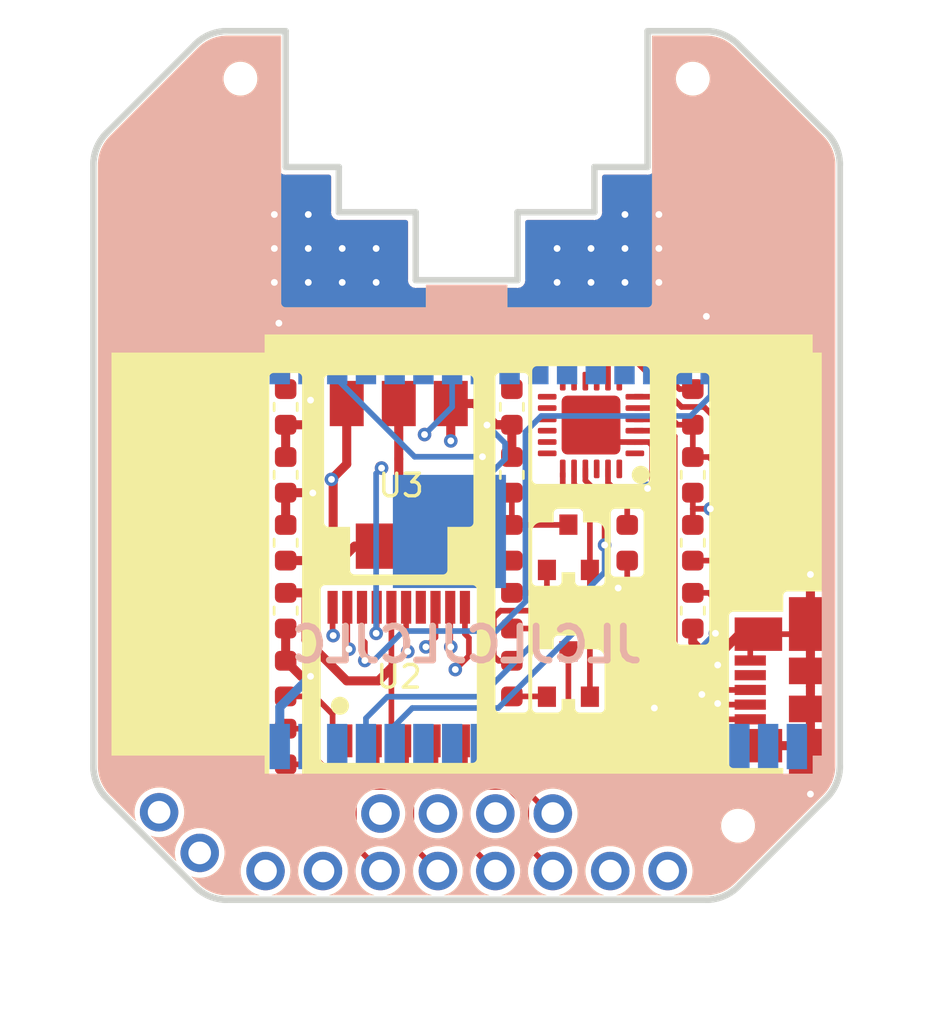
<source format=kicad_pcb>
(kicad_pcb (version 20171130) (host pcbnew 5.0.2+dfsg1-1)
  (layers (0 F.Cu signal) (1 In1.Cu signal hide) (2 In2.Cu signal hide) (31 B.Cu signal) (34 B.Paste user) (35 F.Paste user) (36 B.SilkS user) (37 F.SilkS user) (38 B.Mask user) (39 F.Mask user) (44 Edge.Cuts user))
  (net 0 "")
  (net 1 "Net-(U1-Pad4)")
  (net 2 "Net-(U1-Pad5)")
  (net 3 "Net-(U1-Pad6)")
  (net 4 "Net-(U1-Pad8)")
  (net 5 "Net-(U1-Pad9)")
  (net 6 "Net-(U1-Pad10)")
  (net 7 "Net-(U1-Pad11)")
  (net 8 "Net-(U1-Pad12)")
  (net 9 "Net-(U1-Pad13)")
  (net 10 "Net-(U1-Pad17)")
  (net 11 "Net-(U1-Pad18)")
  (net 12 "Net-(U1-Pad19)")
  (net 13 "Net-(U1-Pad20)")
  (net 14 "Net-(U1-Pad21)")
  (net 15 "Net-(U1-Pad22)")
  (net 16 "Net-(U1-Pad23)")
  (net 17 "Net-(U1-Pad24)")
  (net 18 "Net-(U1-Pad26)")
  (net 19 "Net-(U1-Pad27)")
  (net 20 "Net-(U1-Pad28)")
  (net 21 "Net-(U1-Pad29)")
  (net 22 "Net-(U1-Pad30)")
  (net 23 "Net-(U1-Pad31)")
  (net 24 "Net-(U1-Pad32)")
  (net 25 "Net-(U1-Pad33)")
  (net 26 "Net-(U1-Pad36)")
  (net 27 "Net-(U1-Pad37)")
  (net 28 "Net-(J1-Pad3)")
  (net 29 "Net-(J1-Pad4)")
  (net 30 "Net-(J1-Pad5)")
  (net 31 "Net-(J1-Pad6)")
  (net 32 "Net-(U2-Pad2)")
  (net 33 "Net-(U2-Pad3)")
  (net 34 "Net-(U2-Pad14)")
  (net 35 "Net-(U4-Pad1)")
  (net 36 "Net-(U4-Pad10)")
  (net 37 "Net-(U4-Pad11)")
  (net 38 "Net-(U4-Pad12)")
  (net 39 "Net-(U4-Pad13)")
  (net 40 "Net-(U4-Pad14)")
  (net 41 "Net-(U4-Pad15)")
  (net 42 "Net-(U4-Pad16)")
  (net 43 "Net-(U4-Pad17)")
  (net 44 "Net-(U4-Pad18)")
  (net 45 "Net-(U4-Pad22)")
  (net 46 "Net-(U4-Pad24)")
  (net 47 GND)
  (net 48 "Net-(C1-Pad1)")
  (net 49 +5V)
  (net 50 3V3)
  (net 51 VIO)
  (net 52 ESPEN)
  (net 53 "Net-(J3-Pad1)")
  (net 54 "Net-(J3-Pad2)")
  (net 55 "Net-(J3-Pad3)")
  (net 56 "Net-(J3-Pad4)")
  (net 57 "Net-(Q1-Pad2)")
  (net 58 "Net-(Q1-Pad1)")
  (net 59 "Net-(Q2-Pad1)")
  (net 60 "Net-(Q2-Pad2)")
  (net 61 ESPRST)
  (net 62 ESPRX)
  (net 63 "Net-(R1-Pad2)")
  (net 64 "Net-(R2-Pad2)")
  (net 65 "Net-(R6-Pad1)")
  (net 66 "Net-(R7-Pad1)")
  (net 67 ESPTX)
  (net 68 STMTX)
  (net 69 STMRX)
  (net 70 SWDIO)
  (net 71 SWDCLK)
  (net 72 "Net-(J2-Pad3)")
  (net 73 "Net-(J2-Pad2)")
  (net 74 "Net-(J2-Pad4)")
  (net 75 "Net-(U1-Pad14)")
  (module MountingHole:MountingHole_3.2mm_M3 (layer F.Cu) (at 12 -2)
    (fp_text reference REF** hide)
    (fp_text value MountingHole_3.2mm_M3)
    (pad "" np_thru_hole circle (at 0 0) (size 1.152 1.152) (drill 1.152) (layers *.Cu *.Mask F.Paste) (clearance 0.3))
  )
  (module MountingHole:MountingHole_3.2mm_M3 (layer F.Cu) (at 10 -35)
    (fp_text reference REF** hide)
    (fp_text value MountingHole_3.2mm_M3)
    (pad "" np_thru_hole circle (at 0 0) (size 1.152 1.152) (drill 1.152) (layers *.Cu *.Mask F.Paste) (clearance 0.3))
  )
  (module Connector_USB:USB_Micro-B_Molex_47346-0001 (layer F.Cu) (at 14 -8 90)
    (fp_text reference J2 hide)
    (fp_text value USB_B_Micro)
    (pad 1 smd rect (at -1.3 -1.46 90) (size 0.45 1.38) (layers F.Cu F.Mask) (net 48 "Net-(C1-Pad1)"))
    (pad 2 smd rect (at -0.65 -1.46 90) (size 0.45 1.38) (layers F.Cu F.Mask) (net 73 "Net-(J2-Pad2)"))
    (pad 3 smd rect (at 0 -1.46 90) (size 0.45 1.38) (layers F.Cu F.Mask) (net 72 "Net-(J2-Pad3)"))
    (pad 4 smd rect (at 0.65 -1.46 90) (size 0.45 1.38) (layers F.Cu F.Mask) (net 74 "Net-(J2-Pad4)"))
    (pad 5 smd rect (at 1.3 -1.46 90) (size 0.45 1.38) (layers F.Cu F.Mask) (net 47 GND))
    (pad 6 smd rect (at -2.4625 -1.1 90) (size 1.475 2.1) (layers F.Cu F.Mask) (net 47 GND))
    (pad 6 smd rect (at 2.4625 -1.1 90) (size 1.475 2.1) (layers F.Cu F.Mask) (net 47 GND))
    (pad 6 smd rect (at -2.91 1.2 90) (size 2.375 1.9) (layers F.Cu F.Mask) (net 47 GND))
    (pad 6 smd rect (at 2.91 1.2 90) (size 2.375 1.9) (layers F.Cu F.Mask) (net 47 GND))
    (pad 6 smd rect (at -0.84 1.2 90) (size 1.175 1.9) (layers F.Cu F.Mask) (net 47 GND))
    (pad 6 smd rect (at 0.84 1.2 90) (size 1.175 1.9) (layers F.Cu F.Mask) (net 47 GND))
  )
  (module esp32-wrover:XCVR_ESP32-WROVER (layer B.Cu) (at 0 -14 270)
    (fp_text reference U1 hide)
    (fp_text value ESP32-WROVER)
    (pad 1 smd rect (at -8.5 8.26 270) (size 2 0.9) (layers B.Cu B.Paste B.Mask) (net 47 GND))
    (pad 2 smd rect (at -8.5 6.99 270) (size 2 0.9) (layers B.Cu B.Paste B.Mask) (net 50 3V3))
    (pad 3 smd rect (at -8.5 5.72 270) (size 2 0.9) (layers B.Cu B.Paste B.Mask) (net 52 ESPEN))
    (pad 4 smd rect (at -8.5 4.45 270) (size 2 0.9) (layers B.Cu B.Paste B.Mask) (net 1 "Net-(U1-Pad4)"))
    (pad 5 smd rect (at -8.5 3.18 270) (size 2 0.9) (layers B.Cu B.Paste B.Mask) (net 2 "Net-(U1-Pad5)"))
    (pad 6 smd rect (at -8.5 1.91 270) (size 2 0.9) (layers B.Cu B.Paste B.Mask) (net 3 "Net-(U1-Pad6)"))
    (pad 7 smd rect (at -8.5 0.64 270) (size 2 0.9) (layers B.Cu B.Paste B.Mask) (net 68 STMTX))
    (pad 8 smd rect (at -8.5 -0.63 270) (size 2 0.9) (layers B.Cu B.Paste B.Mask) (net 4 "Net-(U1-Pad8)"))
    (pad 9 smd rect (at -8.5 -1.9 270) (size 2 0.9) (layers B.Cu B.Paste B.Mask) (net 5 "Net-(U1-Pad9)"))
    (pad 10 smd rect (at -8.5 -3.17 270) (size 2 0.9) (layers B.Cu B.Paste B.Mask) (net 6 "Net-(U1-Pad10)"))
    (pad 11 smd rect (at -8.5 -4.44 270) (size 2 0.9) (layers B.Cu B.Paste B.Mask) (net 7 "Net-(U1-Pad11)"))
    (pad 12 smd rect (at -8.5 -5.71 270) (size 2 0.9) (layers B.Cu B.Paste B.Mask) (net 8 "Net-(U1-Pad12)"))
    (pad 13 smd rect (at -8.5 -6.98 270) (size 2 0.9) (layers B.Cu B.Paste B.Mask) (net 9 "Net-(U1-Pad13)"))
    (pad 14 smd rect (at -8.5 -8.25 270) (size 2 0.9) (layers B.Cu B.Paste B.Mask) (net 75 "Net-(U1-Pad14)"))
    (pad 15 smd rect (at -8.5 -9.52 270) (size 2 0.9) (layers B.Cu B.Paste B.Mask) (net 47 GND))
    (pad 16 smd rect (at -8.5 -10.79 270) (size 2 0.9) (layers B.Cu B.Paste B.Mask) (net 69 STMRX))
    (pad 17 smd rect (at -8.5 -12.06 270) (size 2 0.9) (layers B.Cu B.Paste B.Mask) (net 10 "Net-(U1-Pad17)"))
    (pad 18 smd rect (at -8.5 -13.33 270) (size 2 0.9) (layers B.Cu B.Paste B.Mask) (net 11 "Net-(U1-Pad18)"))
    (pad 19 smd rect (at -8.5 -14.6 270) (size 2 0.9) (layers B.Cu B.Paste B.Mask) (net 12 "Net-(U1-Pad19)"))
    (pad 20 smd rect (at 8.5 -14.6 270) (size 2 0.9) (layers B.Cu B.Paste B.Mask) (net 13 "Net-(U1-Pad20)"))
    (pad 21 smd rect (at 8.5 -13.33 270) (size 2 0.9) (layers B.Cu B.Paste B.Mask) (net 14 "Net-(U1-Pad21)"))
    (pad 22 smd rect (at 8.5 -12.06 270) (size 2 0.9) (layers B.Cu B.Paste B.Mask) (net 15 "Net-(U1-Pad22)"))
    (pad 23 smd rect (at 8.5 -10.79 270) (size 2 0.9) (layers B.Cu B.Paste B.Mask) (net 16 "Net-(U1-Pad23)"))
    (pad 24 smd rect (at 8.5 -9.52 270) (size 2 0.9) (layers B.Cu B.Paste B.Mask) (net 17 "Net-(U1-Pad24)"))
    (pad 25 smd rect (at 8.5 -8.25 270) (size 2 0.9) (layers B.Cu B.Paste B.Mask) (net 61 ESPRST))
    (pad 26 smd rect (at 8.5 -6.98 270) (size 2 0.9) (layers B.Cu B.Paste B.Mask) (net 18 "Net-(U1-Pad26)"))
    (pad 27 smd rect (at 8.5 -5.71 270) (size 2 0.9) (layers B.Cu B.Paste B.Mask) (net 19 "Net-(U1-Pad27)"))
    (pad 28 smd rect (at 8.5 -4.44 270) (size 2 0.9) (layers B.Cu B.Paste B.Mask) (net 20 "Net-(U1-Pad28)"))
    (pad 29 smd rect (at 8.5 -3.17 270) (size 2 0.9) (layers B.Cu B.Paste B.Mask) (net 21 "Net-(U1-Pad29)"))
    (pad 30 smd rect (at 8.5 -1.9 270) (size 2 0.9) (layers B.Cu B.Paste B.Mask) (net 22 "Net-(U1-Pad30)"))
    (pad 31 smd rect (at 8.5 -0.63 270) (size 2 0.9) (layers B.Cu B.Paste B.Mask) (net 23 "Net-(U1-Pad31)"))
    (pad 32 smd rect (at 8.5 0.64 270) (size 2 0.9) (layers B.Cu B.Paste B.Mask) (net 24 "Net-(U1-Pad32)"))
    (pad 33 smd rect (at 8.5 1.91 270) (size 2 0.9) (layers B.Cu B.Paste B.Mask) (net 25 "Net-(U1-Pad33)"))
    (pad 34 smd rect (at 8.5 3.18 270) (size 2 0.9) (layers B.Cu B.Paste B.Mask) (net 62 ESPRX))
    (pad 35 smd rect (at 8.5 4.45 270) (size 2 0.9) (layers B.Cu B.Paste B.Mask) (net 67 ESPTX))
    (pad 36 smd rect (at 8.5 5.72 270) (size 2 0.9) (layers B.Cu B.Paste B.Mask) (net 26 "Net-(U1-Pad36)"))
    (pad 37 smd rect (at 8.5 6.99 270) (size 2 0.9) (layers B.Cu B.Paste B.Mask) (net 27 "Net-(U1-Pad37)"))
    (pad 38 smd rect (at 8.5 8.26 270) (size 2 0.9) (layers B.Cu B.Paste B.Mask) (net 47 GND))
    (pad 39 smd rect (at -1 0.76 270) (size 5 5) (layers B.Cu B.Mask) (net 47 GND))
  )
  (module Package_TO_SOT_SMD:SOT-23 (layer F.Cu) (at 4.5 -8.7 90)
    (fp_text reference Q2 hide)
    (fp_text value AO3400)
    (pad 1 smd rect (at -1 -0.95 90) (size 0.9 0.8) (layers F.Cu F.Paste F.Mask) (net 59 "Net-(Q2-Pad1)"))
    (pad 2 smd rect (at -1 0.95 90) (size 0.9 0.8) (layers F.Cu F.Paste F.Mask) (net 60 "Net-(Q2-Pad2)"))
    (pad 3 smd rect (at 1 0 90) (size 0.9 0.8) (layers F.Cu F.Paste F.Mask) (net 61 ESPRST))
  )
  (module Package_TO_SOT_SMD:SOT-23 (layer F.Cu) (at 4.5 -14.3 90)
    (fp_text reference Q1 hide)
    (fp_text value AO3400)
    (pad 3 smd rect (at 1 0 90) (size 0.9 0.8) (layers F.Cu F.Paste F.Mask) (net 52 ESPEN))
    (pad 2 smd rect (at -1 0.95 90) (size 0.9 0.8) (layers F.Cu F.Paste F.Mask) (net 57 "Net-(Q1-Pad2)"))
    (pad 1 smd rect (at -1 -0.95 90) (size 0.9 0.8) (layers F.Cu F.Paste F.Mask) (net 58 "Net-(Q1-Pad1)"))
  )
  (module esp32-wrover:C_0603_1608Metric (layer F.Cu) (at -8 -20.5 90)
    (fp_text reference C9 hide)
    (fp_text value 10uF)
    (pad 2 smd roundrect (at 0.7875 0 90) (size 0.875 0.95) (layers F.Cu F.Paste F.Mask) (net 47 GND))
    (pad 1 smd roundrect (at -0.7875 0 90) (size 0.875 0.95) (layers F.Cu F.Paste F.Mask) (net 50 3V3))
  )
  (module Connector_PinHeader_2.54mm:PinHeader_1x02_P2.54mm_Vertical (layer F.Cu) (at -11.8 -0.8 225)
    (fp_text reference J4 hide)
    (fp_text value Conn_01x02_Male)
    (pad 1 thru_hole circle (at 0 0 225) (size 1.7 1.7) (drill 1) (layers *.Cu *.Mask) (net 70 SWDIO))
    (pad 2 thru_hole oval (at 0 2.54 225) (size 1.7 1.7) (drill 1) (layers *.Cu *.Mask) (net 71 SWDCLK))
  )
  (module esp32-wrover:C_0603_1608Metric (layer F.Cu) (at 10 -11.5 270)
    (fp_text reference C1 hide)
    (fp_text value 1uF hide)
    (pad 1 smd roundrect (at -0.7875 0 270) (size 0.875 0.95) (layers F.Cu F.Paste F.Mask) (net 48 "Net-(C1-Pad1)"))
    (pad 2 smd roundrect (at 0.7875 0 270) (size 0.875 0.95) (layers F.Cu F.Paste F.Mask) (net 47 GND))
  )
  (module esp32-wrover:C_0603_1608Metric (layer F.Cu) (at 10 -17.5 270)
    (fp_text reference C6 hide)
    (fp_text value 1uF)
    (pad 1 smd roundrect (at -0.7875 0 270) (size 0.875 0.95) (layers F.Cu F.Paste F.Mask) (net 51 VIO))
    (pad 2 smd roundrect (at 0.7875 0 270) (size 0.875 0.95) (layers F.Cu F.Paste F.Mask) (net 47 GND))
  )
  (module esp32-wrover:C_0603_1608Metric (layer F.Cu) (at -8 -14.5 90)
    (fp_text reference C2 hide)
    (fp_text value 10uF)
    (pad 1 smd roundrect (at -0.7875 0 90) (size 0.875 0.95) (layers F.Cu F.Paste F.Mask) (net 49 +5V))
    (pad 2 smd roundrect (at 0.7875 0 90) (size 0.875 0.95) (layers F.Cu F.Paste F.Mask) (net 47 GND))
  )
  (module esp32-wrover:C_0603_1608Metric (layer F.Cu) (at 10 -14.5 90)
    (fp_text reference C3 hide)
    (fp_text value 100nF)
    (pad 1 smd roundrect (at -0.7875 0 90) (size 0.875 0.95) (layers F.Cu F.Paste F.Mask) (net 51 VIO))
    (pad 2 smd roundrect (at 0.7875 0 90) (size 0.875 0.95) (layers F.Cu F.Paste F.Mask) (net 47 GND))
  )
  (module esp32-wrover:C_0603_1608Metric (layer F.Cu) (at 2 -20.5 270)
    (fp_text reference C4 hide)
    (fp_text value 10uF)
    (pad 1 smd roundrect (at -0.7875 0 270) (size 0.875 0.95) (layers F.Cu F.Paste F.Mask) (net 50 3V3))
    (pad 2 smd roundrect (at 0.7875 0 270) (size 0.875 0.95) (layers F.Cu F.Paste F.Mask) (net 47 GND))
  )
  (module esp32-wrover:C_0603_1608Metric (layer F.Cu) (at -8 -17.5 270)
    (fp_text reference C5 hide)
    (fp_text value 100nF)
    (pad 1 smd roundrect (at -0.7875 0 270) (size 0.875 0.95) (layers F.Cu F.Paste F.Mask) (net 50 3V3))
    (pad 2 smd roundrect (at 0.7875 0 270) (size 0.875 0.95) (layers F.Cu F.Paste F.Mask) (net 47 GND))
  )
  (module esp32-wrover:C_0603_1608Metric (layer F.Cu) (at 2 -17.5 90)
    (fp_text reference C7 hide)
    (fp_text value 1uF)
    (pad 1 smd roundrect (at -0.7875 0 90) (size 0.875 0.95) (layers F.Cu F.Paste F.Mask) (net 52 ESPEN))
    (pad 2 smd roundrect (at 0.7875 0 90) (size 0.875 0.95) (layers F.Cu F.Paste F.Mask) (net 47 GND))
  )
  (module esp32-wrover:C_0603_1608Metric (layer F.Cu) (at -8 -11.5 270)
    (fp_text reference C8 hide)
    (fp_text value 100nF)
    (pad 1 smd roundrect (at -0.7875 0 270) (size 0.875 0.95) (layers F.Cu F.Paste F.Mask) (net 50 3V3))
    (pad 2 smd roundrect (at 0.7875 0 270) (size 0.875 0.95) (layers F.Cu F.Paste F.Mask) (net 47 GND))
  )
  (module esp32-wrover:R_0603_1608Metric_nolabel (layer F.Cu) (at 10 -20.5 90)
    (fp_text reference R2 hide)
    (fp_text value 10k)
    (pad 2 smd roundrect (at 0.7875 0 90) (size 0.875 0.95) (layers F.Cu F.Paste F.Mask) (net 64 "Net-(R2-Pad2)"))
    (pad 1 smd roundrect (at -0.7875 0 90) (size 0.875 0.95) (layers F.Cu F.Paste F.Mask) (net 51 VIO))
  )
  (module esp32-wrover:R_0603_1608Metric_nolabel (layer F.Cu) (at 2 -11.5 270)
    (fp_text reference R3 hide)
    (fp_text value 10k)
    (pad 2 smd roundrect (at 0.7875 0 270) (size 0.875 0.95) (layers F.Cu F.Paste F.Mask) (net 60 "Net-(Q2-Pad2)"))
    (pad 1 smd roundrect (at -0.7875 0 270) (size 0.875 0.95) (layers F.Cu F.Paste F.Mask) (net 58 "Net-(Q1-Pad1)"))
  )
  (module esp32-wrover:R_0603_1608Metric_nolabel (layer F.Cu) (at 2 -8.5 90)
    (fp_text reference R4 hide)
    (fp_text value 10k)
    (pad 2 smd roundrect (at 0.7875 0 90) (size 0.875 0.95) (layers F.Cu F.Paste F.Mask) (net 57 "Net-(Q1-Pad2)"))
    (pad 1 smd roundrect (at -0.7875 0 90) (size 0.875 0.95) (layers F.Cu F.Paste F.Mask) (net 59 "Net-(Q2-Pad1)"))
  )
  (module esp32-wrover:R_0603_1608Metric_nolabel (layer F.Cu) (at 2 -14.5 90)
    (fp_text reference R5 hide)
    (fp_text value 10k)
    (pad 2 smd roundrect (at 0.7875 0 90) (size 0.875 0.95) (layers F.Cu F.Paste F.Mask) (net 52 ESPEN))
    (pad 1 smd roundrect (at -0.7875 0 90) (size 0.875 0.95) (layers F.Cu F.Paste F.Mask) (net 50 3V3))
  )
  (module esp32-wrover:R_0603_1608Metric_nolabel (layer F.Cu) (at -8 -5.5 270)
    (fp_text reference R6 hide)
    (fp_text value 10k)
    (pad 2 smd roundrect (at 0.7875 0 270) (size 0.875 0.95) (layers F.Cu F.Paste F.Mask) (net 50 3V3))
    (pad 1 smd roundrect (at -0.7875 0 270) (size 0.875 0.95) (layers F.Cu F.Paste F.Mask) (net 65 "Net-(R6-Pad1)"))
  )
  (module esp32-wrover:R_0603_1608Metric_nolabel (layer F.Cu) (at -8 -8.5 90)
    (fp_text reference R7 hide)
    (fp_text value 10k)
    (pad 1 smd roundrect (at -0.7875 0 90) (size 0.875 0.95) (layers F.Cu F.Paste F.Mask) (net 66 "Net-(R7-Pad1)"))
    (pad 2 smd roundrect (at 0.7875 0 90) (size 0.875 0.95) (layers F.Cu F.Paste F.Mask) (net 47 GND))
  )
  (module esp32-wrover:R_0603_1608Metric_nolabel (layer F.Cu) (at 7.1 -14.5 90)
    (fp_text reference R1 hide)
    (fp_text value 1k)
    (pad 1 smd roundrect (at -0.7875 0 90) (size 0.875 0.95) (layers F.Cu F.Paste F.Mask) (net 62 ESPRX))
    (pad 2 smd roundrect (at 0.7875 0 90) (size 0.875 0.95) (layers F.Cu F.Paste F.Mask) (net 63 "Net-(R1-Pad2)"))
  )
  (module Connector_PinHeader_2.54mm:PinHeader_1x04_P2.54mm_Vertical (layer F.Cu) (at -3.81 -2.54 90)
    (fp_text reference J3 hide)
    (fp_text value Conn_01x04_Male)
    (pad 1 thru_hole circle (at 0 0 90) (size 1.7 1.7) (drill 1) (layers *.Cu *.Mask) (net 53 "Net-(J3-Pad1)"))
    (pad 2 thru_hole oval (at 0 2.54 90) (size 1.7 1.7) (drill 1) (layers *.Cu *.Mask) (net 54 "Net-(J3-Pad2)"))
    (pad 3 thru_hole oval (at 0 5.08 90) (size 1.7 1.7) (drill 1) (layers *.Cu *.Mask) (net 55 "Net-(J3-Pad3)"))
    (pad 4 thru_hole oval (at 0 7.62 90) (size 1.7 1.7) (drill 1) (layers *.Cu *.Mask) (net 56 "Net-(J3-Pad4)"))
  )
  (module Package_TO_SOT_SMD:SOT-223-3_TabPin2 (layer F.Cu) (at -3 -17.5 90)
    (fp_text reference U3 (at -0.47 0.1) (layer F.SilkS))
    (fp_text value AMS1117-3.3)
    (pad 2 smd rect (at -3.15 0 270) (size 2 3.8) (layers F.Cu F.Paste F.Mask) (net 50 3V3))
    (pad 2 smd rect (at 3.15 0 270) (size 2 1.5) (layers F.Cu F.Paste F.Mask) (net 50 3V3))
    (pad 3 smd rect (at 3.15 -2.3 270) (size 2 1.5) (layers F.Cu F.Paste F.Mask) (net 49 +5V))
    (pad 1 smd rect (at 3.15 2.3 270) (size 2 1.5) (layers F.Cu F.Paste F.Mask) (net 47 GND))
  )
  (module Package_SO:TSSOP-20_4.4x6.5mm_P0.65mm (layer F.Cu) (at -3 -8.7)
    (fp_text reference U2 (at 0.01 0.12) (layer F.SilkS))
    (fp_text value STM32F030F4Px)
    (pad 1 smd rect (at -2.925 2.95 90) (size 1.45 0.45) (layers F.Cu F.Paste F.Mask) (net 66 "Net-(R7-Pad1)"))
    (pad 2 smd rect (at -2.275 2.95 90) (size 1.45 0.45) (layers F.Cu F.Paste F.Mask) (net 32 "Net-(U2-Pad2)"))
    (pad 3 smd rect (at -1.625 2.95 90) (size 1.45 0.45) (layers F.Cu F.Paste F.Mask) (net 33 "Net-(U2-Pad3)"))
    (pad 4 smd rect (at -0.975 2.95 90) (size 1.45 0.45) (layers F.Cu F.Paste F.Mask) (net 65 "Net-(R6-Pad1)"))
    (pad 5 smd rect (at -0.325 2.95 90) (size 1.45 0.45) (layers F.Cu F.Paste F.Mask) (net 50 3V3))
    (pad 6 smd rect (at 0.325 2.95 90) (size 1.45 0.45) (layers F.Cu F.Paste F.Mask) (net 28 "Net-(J1-Pad3)"))
    (pad 7 smd rect (at 0.975 2.95 90) (size 1.45 0.45) (layers F.Cu F.Paste F.Mask) (net 29 "Net-(J1-Pad4)"))
    (pad 8 smd rect (at 1.625 2.95 90) (size 1.45 0.45) (layers F.Cu F.Paste F.Mask) (net 30 "Net-(J1-Pad5)"))
    (pad 9 smd rect (at 2.275 2.95 90) (size 1.45 0.45) (layers F.Cu F.Paste F.Mask) (net 31 "Net-(J1-Pad6)"))
    (pad 10 smd rect (at 2.925 2.95 90) (size 1.45 0.45) (layers F.Cu F.Paste F.Mask) (net 56 "Net-(J3-Pad4)"))
    (pad 11 smd rect (at 2.925 -2.95 90) (size 1.45 0.45) (layers F.Cu F.Paste F.Mask) (net 55 "Net-(J3-Pad3)"))
    (pad 12 smd rect (at 2.275 -2.95 90) (size 1.45 0.45) (layers F.Cu F.Paste F.Mask) (net 54 "Net-(J3-Pad2)"))
    (pad 13 smd rect (at 1.625 -2.95 90) (size 1.45 0.45) (layers F.Cu F.Paste F.Mask) (net 53 "Net-(J3-Pad1)"))
    (pad 14 smd rect (at 0.975 -2.95 90) (size 1.45 0.45) (layers F.Cu F.Paste F.Mask) (net 34 "Net-(U2-Pad14)"))
    (pad 15 smd rect (at 0.325 -2.95 90) (size 1.45 0.45) (layers F.Cu F.Paste F.Mask) (net 47 GND))
    (pad 16 smd rect (at -0.325 -2.95 90) (size 1.45 0.45) (layers F.Cu F.Paste F.Mask) (net 50 3V3))
    (pad 17 smd rect (at -0.975 -2.95 90) (size 1.45 0.45) (layers F.Cu F.Paste F.Mask) (net 68 STMTX))
    (pad 18 smd rect (at -1.625 -2.95 90) (size 1.45 0.45) (layers F.Cu F.Paste F.Mask) (net 69 STMRX))
    (pad 19 smd rect (at -2.275 -2.95 90) (size 1.45 0.45) (layers F.Cu F.Paste F.Mask) (net 70 SWDIO))
    (pad 20 smd rect (at -2.925 -2.95 90) (size 1.45 0.45) (layers F.Cu F.Paste F.Mask) (net 71 SWDCLK))
  )
  (module Package_DFN_QFN:QFN-24-1EP_4x4mm_P0.5mm_EP2.6x2.6mm (layer F.Cu) (at 5.5 -19.7 90)
    (fp_text reference U4 hide)
    (fp_text value CP2104)
    (pad 25 smd roundrect (at 0 0 180) (size 2.6 2.6) (layers F.Cu F.Mask) (roundrect_rratio 0.096154) (net 47 GND))
    (pad 1 smd roundrect (at -1.25 1.9375 180) (size 0.825 0.25) (layers F.Cu F.Paste F.Mask) (net 35 "Net-(U4-Pad1)"))
    (pad 2 smd roundrect (at -0.75 1.9375 180) (size 0.825 0.25) (layers F.Cu F.Paste F.Mask) (net 47 GND))
    (pad 3 smd roundrect (at -0.25 1.9375 180) (size 0.825 0.25) (layers F.Cu F.Paste F.Mask) (net 72 "Net-(J2-Pad3)"))
    (pad 4 smd roundrect (at 0.25 1.9375 180) (size 0.825 0.25) (layers F.Cu F.Paste F.Mask) (net 73 "Net-(J2-Pad2)"))
    (pad 5 smd roundrect (at 0.75 1.9375 180) (size 0.825 0.25) (layers F.Cu F.Paste F.Mask) (net 51 VIO))
    (pad 6 smd roundrect (at 1.25 1.9375 180) (size 0.825 0.25) (layers F.Cu F.Paste F.Mask) (net 51 VIO))
    (pad 7 smd roundrect (at 1.9375 1.25 180) (size 0.25 0.825) (layers F.Cu F.Paste F.Mask) (net 48 "Net-(C1-Pad1)"))
    (pad 8 smd roundrect (at 1.9375 0.75 180) (size 0.25 0.825) (layers F.Cu F.Paste F.Mask) (net 48 "Net-(C1-Pad1)"))
    (pad 9 smd roundrect (at 1.9375 0.25 180) (size 0.25 0.825) (layers F.Cu F.Paste F.Mask) (net 64 "Net-(R2-Pad2)"))
    (pad 10 smd roundrect (at 1.9375 -0.25 180) (size 0.25 0.825) (layers F.Cu F.Paste F.Mask) (net 36 "Net-(U4-Pad10)"))
    (pad 11 smd roundrect (at 1.9375 -0.75 180) (size 0.25 0.825) (layers F.Cu F.Paste F.Mask) (net 37 "Net-(U4-Pad11)"))
    (pad 12 smd roundrect (at 1.9375 -1.25 180) (size 0.25 0.825) (layers F.Cu F.Paste F.Mask) (net 38 "Net-(U4-Pad12)"))
    (pad 13 smd roundrect (at 1.25 -1.9375 180) (size 0.825 0.25) (layers F.Cu F.Paste F.Mask) (net 39 "Net-(U4-Pad13)"))
    (pad 14 smd roundrect (at 0.75 -1.9375 180) (size 0.825 0.25) (layers F.Cu F.Paste F.Mask) (net 40 "Net-(U4-Pad14)"))
    (pad 15 smd roundrect (at 0.25 -1.9375 180) (size 0.825 0.25) (layers F.Cu F.Paste F.Mask) (net 41 "Net-(U4-Pad15)"))
    (pad 16 smd roundrect (at -0.25 -1.9375 180) (size 0.825 0.25) (layers F.Cu F.Paste F.Mask) (net 42 "Net-(U4-Pad16)"))
    (pad 17 smd roundrect (at -0.75 -1.9375 180) (size 0.825 0.25) (layers F.Cu F.Paste F.Mask) (net 43 "Net-(U4-Pad17)"))
    (pad 18 smd roundrect (at -1.25 -1.9375 180) (size 0.825 0.25) (layers F.Cu F.Paste F.Mask) (net 44 "Net-(U4-Pad18)"))
    (pad 19 smd roundrect (at -1.9375 -1.25 180) (size 0.25 0.825) (layers F.Cu F.Paste F.Mask) (net 57 "Net-(Q1-Pad2)"))
    (pad 20 smd roundrect (at -1.9375 -0.75 180) (size 0.25 0.825) (layers F.Cu F.Paste F.Mask) (net 67 ESPTX))
    (pad 21 smd roundrect (at -1.9375 -0.25 180) (size 0.25 0.825) (layers F.Cu F.Paste F.Mask) (net 63 "Net-(R1-Pad2)"))
    (pad 22 smd roundrect (at -1.9375 0.25 180) (size 0.25 0.825) (layers F.Cu F.Paste F.Mask) (net 45 "Net-(U4-Pad22)"))
    (pad 23 smd roundrect (at -1.9375 0.75 180) (size 0.25 0.825) (layers F.Cu F.Paste F.Mask) (net 60 "Net-(Q2-Pad2)"))
    (pad 24 smd roundrect (at -1.9375 1.25 180) (size 0.25 0.825) (layers F.Cu F.Paste F.Mask) (net 46 "Net-(U4-Pad24)"))
  )
  (module Connector_PinHeader_2.54mm:PinHeader_1x08_P2.54mm_Vertical (layer F.Cu) (at 0 0 90)
    (fp_text reference J1 hide)
    (fp_text value Conn_01x08_Male)
    (pad 1 thru_hole circle (at 0 -8.89 90) (size 1.7 1.7) (drill 1) (layers *.Cu *.Mask) (net 47 GND))
    (pad 2 thru_hole oval (at 0 -6.35 90) (size 1.7 1.7) (drill 1) (layers *.Cu *.Mask) (net 47 GND))
    (pad 3 thru_hole oval (at 0 -3.81 90) (size 1.7 1.7) (drill 1) (layers *.Cu *.Mask) (net 28 "Net-(J1-Pad3)"))
    (pad 4 thru_hole oval (at 0 -1.27 90) (size 1.7 1.7) (drill 1) (layers *.Cu *.Mask) (net 29 "Net-(J1-Pad4)"))
    (pad 5 thru_hole oval (at 0 1.27 90) (size 1.7 1.7) (drill 1) (layers *.Cu *.Mask) (net 30 "Net-(J1-Pad5)"))
    (pad 6 thru_hole oval (at 0 3.81 90) (size 1.7 1.7) (drill 1) (layers *.Cu *.Mask) (net 31 "Net-(J1-Pad6)"))
    (pad 7 thru_hole oval (at 0 6.35 90) (size 1.7 1.7) (drill 1) (layers *.Cu *.Mask) (net 49 +5V))
    (pad 8 thru_hole oval (at 0 8.89 90) (size 1.7 1.7) (drill 1) (layers *.Cu *.Mask) (net 49 +5V))
  )
  (module MountingHole:MountingHole_3.2mm_M3 (layer F.Cu) (at -10 -35)
    (fp_text reference REF** hide)
    (fp_text value MountingHole_3.2mm_M3)
    (pad "" np_thru_hole circle (at 0 0) (size 1.152 1.152) (drill 1.152) (layers *.Cu *.Mask F.Paste) (clearance 0.3))
  )
  (module outline:outline (layer F.Cu) (at 0 0)
    (fp_text reference "" (at 0 0) (layer F.SilkS) (effects (font (size 1.524 1.524))))
    (fp_text value "" (at 0 0) (layer F.SilkS) (effects (font (size 1.524 1.524))))
  )
  (gr_line (start -8.000028 -37.10034) (end -10.591601 -37.10034) (layer Edge.Cuts) (width 0.282843))
  (gr_line (start -8.000028 -31.09991) (end -8.000028 -37.10034) (layer Edge.Cuts) (width 0.282843))
  (gr_line (start -5.649784 -31.09991) (end -8.000028 -31.09991) (layer Edge.Cuts) (width 0.282843))
  (gr_line (start -5.649784 -29.100034) (end -5.649784 -31.09991) (layer Edge.Cuts) (width 0.282843))
  (gr_line (start -2.249992 -29.100034) (end -5.649784 -29.100034) (layer Edge.Cuts) (width 0.282843))
  (gr_line (start -2.249992 -26.099698) (end -2.249992 -29.100034) (layer Edge.Cuts) (width 0.282843))
  (gr_line (start 2.249992 -26.099698) (end -2.249992 -26.099698) (layer Edge.Cuts) (width 0.282843))
  (gr_line (start 2.249992 -29.100034) (end 2.249992 -26.099698) (layer Edge.Cuts) (width 0.282843))
  (gr_line (start 5.649267 -29.100034) (end 2.249992 -29.100034) (layer Edge.Cuts) (width 0.282843))
  (gr_line (start 5.649267 -31.09991) (end 5.649267 -29.100034) (layer Edge.Cuts) (width 0.282843))
  (gr_line (start 7.999512 -31.09991) (end 5.649267 -31.09991) (layer Edge.Cuts) (width 0.282843))
  (gr_line (start 7.999512 -37.10034) (end 7.999512 -31.09991) (layer Edge.Cuts) (width 0.282843))
  (gr_line (start 10.591085 -37.10034) (end 7.999512 -37.10034) (layer Edge.Cuts) (width 0.282843))
  (gr_line (start 10.640655 -37.099678) (end 10.591085 -37.10034) (layer Edge.Cuts) (width 0.282843))
  (gr_line (start 10.690078 -37.097794) (end 10.640655 -37.099678) (layer Edge.Cuts) (width 0.282843))
  (gr_line (start 10.739333 -37.094699) (end 10.690078 -37.097794) (layer Edge.Cuts) (width 0.282843))
  (gr_line (start 10.788399 -37.0904) (end 10.739333 -37.094699) (layer Edge.Cuts) (width 0.282843))
  (gr_line (start 10.837257 -37.084905) (end 10.788399 -37.0904) (layer Edge.Cuts) (width 0.282843))
  (gr_line (start 10.885884 -37.078224) (end 10.837257 -37.084905) (layer Edge.Cuts) (width 0.282843))
  (gr_line (start 10.934262 -37.070364) (end 10.885884 -37.078224) (layer Edge.Cuts) (width 0.282843))
  (gr_line (start 10.98237 -37.061334) (end 10.934262 -37.070364) (layer Edge.Cuts) (width 0.282843))
  (gr_line (start 11.030187 -37.051142) (end 10.98237 -37.061334) (layer Edge.Cuts) (width 0.282843))
  (gr_line (start 11.077694 -37.039796) (end 11.030187 -37.051142) (layer Edge.Cuts) (width 0.282843))
  (gr_line (start 11.124869 -37.027306) (end 11.077694 -37.039796) (layer Edge.Cuts) (width 0.282843))
  (gr_line (start 11.171692 -37.013679) (end 11.124869 -37.027306) (layer Edge.Cuts) (width 0.282843))
  (gr_line (start 11.218143 -36.998924) (end 11.171692 -37.013679) (layer Edge.Cuts) (width 0.282843))
  (gr_line (start 11.264201 -36.983048) (end 11.218143 -36.998924) (layer Edge.Cuts) (width 0.282843))
  (gr_line (start 11.309847 -36.966062) (end 11.264201 -36.983048) (layer Edge.Cuts) (width 0.282843))
  (gr_line (start 11.355059 -36.947972) (end 11.309847 -36.966062) (layer Edge.Cuts) (width 0.282843))
  (gr_line (start 11.399818 -36.928788) (end 11.355059 -36.947972) (layer Edge.Cuts) (width 0.282843))
  (gr_line (start 11.444102 -36.908517) (end 11.399818 -36.928788) (layer Edge.Cuts) (width 0.282843))
  (gr_line (start 11.487892 -36.887168) (end 11.444102 -36.908517) (layer Edge.Cuts) (width 0.282843))
  (gr_line (start 11.531168 -36.86475) (end 11.487892 -36.887168) (layer Edge.Cuts) (width 0.282843))
  (gr_line (start 11.573907 -36.841271) (end 11.531168 -36.86475) (layer Edge.Cuts) (width 0.282843))
  (gr_line (start 11.616092 -36.816739) (end 11.573907 -36.841271) (layer Edge.Cuts) (width 0.282843))
  (gr_line (start 11.6577 -36.791162) (end 11.616092 -36.816739) (layer Edge.Cuts) (width 0.282843))
  (gr_line (start 11.698711 -36.76455) (end 11.6577 -36.791162) (layer Edge.Cuts) (width 0.282843))
  (gr_line (start 11.739106 -36.73691) (end 11.698711 -36.76455) (layer Edge.Cuts) (width 0.282843))
  (gr_line (start 11.778864 -36.708251) (end 11.739106 -36.73691) (layer Edge.Cuts) (width 0.282843))
  (gr_line (start 11.817963 -36.678581) (end 11.778864 -36.708251) (layer Edge.Cuts) (width 0.282843))
  (gr_line (start 11.856385 -36.647908) (end 11.817963 -36.678581) (layer Edge.Cuts) (width 0.282843))
  (gr_line (start 11.894109 -36.616242) (end 11.856385 -36.647908) (layer Edge.Cuts) (width 0.282843))
  (gr_line (start 11.931113 -36.58359) (end 11.894109 -36.616242) (layer Edge.Cuts) (width 0.282843))
  (gr_line (start 11.967379 -36.54996) (end 11.931113 -36.58359) (layer Edge.Cuts) (width 0.282843))
  (gr_line (start 12.002885 -36.515362) (end 11.967379 -36.54996) (layer Edge.Cuts) (width 0.282843))
  (gr_line (start 12.005478 -36.514304) (end 12.002885 -36.515362) (layer Edge.Cuts) (width 0.282843))
  (gr_line (start 15.913766 -32.606017) (end 12.005478 -36.514304) (layer Edge.Cuts) (width 0.282843))
  (gr_line (start 15.914798 -32.603371) (end 15.913766 -32.606017) (layer Edge.Cuts) (width 0.282843))
  (gr_line (start 15.949396 -32.567864) (end 15.914798 -32.603371) (layer Edge.Cuts) (width 0.282843))
  (gr_line (start 15.983025 -32.531598) (end 15.949396 -32.567864) (layer Edge.Cuts) (width 0.282843))
  (gr_line (start 16.015678 -32.494593) (end 15.983025 -32.531598) (layer Edge.Cuts) (width 0.282843))
  (gr_line (start 16.047346 -32.456869) (end 16.015678 -32.494593) (layer Edge.Cuts) (width 0.282843))
  (gr_line (start 16.07802 -32.418447) (end 16.047346 -32.456869) (layer Edge.Cuts) (width 0.282843))
  (gr_line (start 16.107692 -32.379347) (end 16.07802 -32.418447) (layer Edge.Cuts) (width 0.282843))
  (gr_line (start 16.136354 -32.339589) (end 16.107692 -32.379347) (layer Edge.Cuts) (width 0.282843))
  (gr_line (start 16.163996 -32.299194) (end 16.136354 -32.339589) (layer Edge.Cuts) (width 0.282843))
  (gr_line (start 16.190612 -32.258183) (end 16.163996 -32.299194) (layer Edge.Cuts) (width 0.282843))
  (gr_line (start 16.216191 -32.216575) (end 16.190612 -32.258183) (layer Edge.Cuts) (width 0.282843))
  (gr_line (start 16.240727 -32.174391) (end 16.216191 -32.216575) (layer Edge.Cuts) (width 0.282843))
  (gr_line (start 16.264209 -32.131652) (end 16.240727 -32.174391) (layer Edge.Cuts) (width 0.282843))
  (gr_line (start 16.286631 -32.088377) (end 16.264209 -32.131652) (layer Edge.Cuts) (width 0.282843))
  (gr_line (start 16.307983 -32.044588) (end 16.286631 -32.088377) (layer Edge.Cuts) (width 0.282843))
  (gr_line (start 16.328256 -32.000304) (end 16.307983 -32.044588) (layer Edge.Cuts) (width 0.282843))
  (gr_line (start 16.347444 -31.955545) (end 16.328256 -32.000304) (layer Edge.Cuts) (width 0.282843))
  (gr_line (start 16.365536 -31.910334) (end 16.347444 -31.955545) (layer Edge.Cuts) (width 0.282843))
  (gr_line (start 16.382525 -31.864689) (end 16.365536 -31.910334) (layer Edge.Cuts) (width 0.282843))
  (gr_line (start 16.398402 -31.818631) (end 16.382525 -31.864689) (layer Edge.Cuts) (width 0.282843))
  (gr_line (start 16.413158 -31.77218) (end 16.398402 -31.818631) (layer Edge.Cuts) (width 0.282843))
  (gr_line (start 16.426786 -31.725357) (end 16.413158 -31.77218) (layer Edge.Cuts) (width 0.282843))
  (gr_line (start 16.439277 -31.678183) (end 16.426786 -31.725357) (layer Edge.Cuts) (width 0.282843))
  (gr_line (start 16.450621 -31.630677) (end 16.439277 -31.678183) (layer Edge.Cuts) (width 0.282843))
  (gr_line (start 16.460812 -31.58286) (end 16.450621 -31.630677) (layer Edge.Cuts) (width 0.282843))
  (gr_line (start 16.46984 -31.534752) (end 16.460812 -31.58286) (layer Edge.Cuts) (width 0.282843))
  (gr_line (start 16.477697 -31.486374) (end 16.46984 -31.534752) (layer Edge.Cuts) (width 0.282843))
  (gr_line (start 16.484375 -31.437746) (end 16.477697 -31.486374) (layer Edge.Cuts) (width 0.282843))
  (gr_line (start 16.489865 -31.388889) (end 16.484375 -31.437746) (layer Edge.Cuts) (width 0.282843))
  (gr_line (start 16.494158 -31.339823) (end 16.489865 -31.388889) (layer Edge.Cuts) (width 0.282843))
  (gr_line (start 16.497246 -31.290568) (end 16.494158 -31.339823) (layer Edge.Cuts) (width 0.282843))
  (gr_line (start 16.499122 -31.241144) (end 16.497246 -31.290568) (layer Edge.Cuts) (width 0.282843))
  (gr_line (start 16.499775 -31.191573) (end 16.499122 -31.241144) (layer Edge.Cuts) (width 0.282843))
  (gr_line (start 16.499775 -4.638392) (end 16.499775 -31.191573) (layer Edge.Cuts) (width 0.282843))
  (gr_line (start 16.499122 -4.58882) (end 16.499775 -4.638392) (layer Edge.Cuts) (width 0.282843))
  (gr_line (start 16.497247 -4.539397) (end 16.499122 -4.58882) (layer Edge.Cuts) (width 0.282843))
  (gr_line (start 16.494158 -4.490142) (end 16.497247 -4.539397) (layer Edge.Cuts) (width 0.282843))
  (gr_line (start 16.489865 -4.441075) (end 16.494158 -4.490142) (layer Edge.Cuts) (width 0.282843))
  (gr_line (start 16.484375 -4.392218) (end 16.489865 -4.441075) (layer Edge.Cuts) (width 0.282843))
  (gr_line (start 16.477698 -4.34359) (end 16.484375 -4.392218) (layer Edge.Cuts) (width 0.282843))
  (gr_line (start 16.46984 -4.295212) (end 16.477698 -4.34359) (layer Edge.Cuts) (width 0.282843))
  (gr_line (start 16.460812 -4.247105) (end 16.46984 -4.295212) (layer Edge.Cuts) (width 0.282843))
  (gr_line (start 16.450622 -4.199287) (end 16.460812 -4.247105) (layer Edge.Cuts) (width 0.282843))
  (gr_line (start 16.439277 -4.151781) (end 16.450622 -4.199287) (layer Edge.Cuts) (width 0.282843))
  (gr_line (start 16.426786 -4.104607) (end 16.439277 -4.151781) (layer Edge.Cuts) (width 0.282843))
  (gr_line (start 16.413158 -4.057784) (end 16.426786 -4.104607) (layer Edge.Cuts) (width 0.282843))
  (gr_line (start 16.398402 -4.011333) (end 16.413158 -4.057784) (layer Edge.Cuts) (width 0.282843))
  (gr_line (start 16.382525 -3.965275) (end 16.398402 -4.011333) (layer Edge.Cuts) (width 0.282843))
  (gr_line (start 16.365536 -3.91963) (end 16.382525 -3.965275) (layer Edge.Cuts) (width 0.282843))
  (gr_line (start 16.347444 -3.874418) (end 16.365536 -3.91963) (layer Edge.Cuts) (width 0.282843))
  (gr_line (start 16.328257 -3.82966) (end 16.347444 -3.874418) (layer Edge.Cuts) (width 0.282843))
  (gr_line (start 16.307983 -3.785376) (end 16.328257 -3.82966) (layer Edge.Cuts) (width 0.282843))
  (gr_line (start 16.286631 -3.741586) (end 16.307983 -3.785376) (layer Edge.Cuts) (width 0.282843))
  (gr_line (start 16.264209 -3.698312) (end 16.286631 -3.741586) (layer Edge.Cuts) (width 0.282843))
  (gr_line (start 16.240727 -3.655572) (end 16.264209 -3.698312) (layer Edge.Cuts) (width 0.282843))
  (gr_line (start 16.216192 -3.613388) (end 16.240727 -3.655572) (layer Edge.Cuts) (width 0.282843))
  (gr_line (start 16.190612 -3.57178) (end 16.216192 -3.613388) (layer Edge.Cuts) (width 0.282843))
  (gr_line (start 16.163997 -3.530769) (end 16.190612 -3.57178) (layer Edge.Cuts) (width 0.282843))
  (gr_line (start 16.136354 -3.490374) (end 16.163997 -3.530769) (layer Edge.Cuts) (width 0.282843))
  (gr_line (start 16.107692 -3.450616) (end 16.136354 -3.490374) (layer Edge.Cuts) (width 0.282843))
  (gr_line (start 16.07802 -3.411516) (end 16.107692 -3.450616) (layer Edge.Cuts) (width 0.282843))
  (gr_line (start 16.047346 -3.373094) (end 16.07802 -3.411516) (layer Edge.Cuts) (width 0.282843))
  (gr_line (start 16.015678 -3.33537) (end 16.047346 -3.373094) (layer Edge.Cuts) (width 0.282843))
  (gr_line (start 15.983025 -3.298365) (end 16.015678 -3.33537) (layer Edge.Cuts) (width 0.282843))
  (gr_line (start 15.949396 -3.262098) (end 15.983025 -3.298365) (layer Edge.Cuts) (width 0.282843))
  (gr_line (start 15.914798 -3.226592) (end 15.949396 -3.262098) (layer Edge.Cuts) (width 0.282843))
  (gr_line (start 15.913766 -3.223999) (end 15.914798 -3.226592) (layer Edge.Cuts) (width 0.282843))
  (gr_line (start 12.005478 0.68429) (end 15.913766 -3.223999) (layer Edge.Cuts) (width 0.282843))
  (gr_line (start 12.002885 0.685324) (end 12.005478 0.68429) (layer Edge.Cuts) (width 0.282843))
  (gr_line (start 11.967379 0.719923) (end 12.002885 0.685324) (layer Edge.Cuts) (width 0.282843))
  (gr_line (start 11.931113 0.753552) (end 11.967379 0.719923) (layer Edge.Cuts) (width 0.282843))
  (gr_line (start 11.894109 0.786204) (end 11.931113 0.753552) (layer Edge.Cuts) (width 0.282843))
  (gr_line (start 11.856385 0.81787) (end 11.894109 0.786204) (layer Edge.Cuts) (width 0.282843))
  (gr_line (start 11.817963 0.848543) (end 11.856385 0.81787) (layer Edge.Cuts) (width 0.282843))
  (gr_line (start 11.778864 0.878212) (end 11.817963 0.848543) (layer Edge.Cuts) (width 0.282843))
  (gr_line (start 11.739106 0.906872) (end 11.778864 0.878212) (layer Edge.Cuts) (width 0.282843))
  (gr_line (start 11.698711 0.934512) (end 11.739106 0.906872) (layer Edge.Cuts) (width 0.282843))
  (gr_line (start 11.6577 0.961124) (end 11.698711 0.934512) (layer Edge.Cuts) (width 0.282843))
  (gr_line (start 11.616092 0.9867) (end 11.6577 0.961124) (layer Edge.Cuts) (width 0.282843))
  (gr_line (start 11.573907 1.011232) (end 11.616092 0.9867) (layer Edge.Cuts) (width 0.282843))
  (gr_line (start 11.531168 1.034712) (end 11.573907 1.011232) (layer Edge.Cuts) (width 0.282843))
  (gr_line (start 11.487892 1.05713) (end 11.531168 1.034712) (layer Edge.Cuts) (width 0.282843))
  (gr_line (start 11.444102 1.078478) (end 11.487892 1.05713) (layer Edge.Cuts) (width 0.282843))
  (gr_line (start 11.399818 1.098749) (end 11.444102 1.078478) (layer Edge.Cuts) (width 0.282843))
  (gr_line (start 11.355059 1.117934) (end 11.399818 1.098749) (layer Edge.Cuts) (width 0.282843))
  (gr_line (start 11.309847 1.136023) (end 11.355059 1.117934) (layer Edge.Cuts) (width 0.282843))
  (gr_line (start 11.264201 1.15301) (end 11.309847 1.136023) (layer Edge.Cuts) (width 0.282843))
  (gr_line (start 11.218143 1.168885) (end 11.264201 1.15301) (layer Edge.Cuts) (width 0.282843))
  (gr_line (start 11.171692 1.18364) (end 11.218143 1.168885) (layer Edge.Cuts) (width 0.282843))
  (gr_line (start 11.124869 1.197267) (end 11.171692 1.18364) (layer Edge.Cuts) (width 0.282843))
  (gr_line (start 11.077694 1.209758) (end 11.124869 1.197267) (layer Edge.Cuts) (width 0.282843))
  (gr_line (start 11.030187 1.221103) (end 11.077694 1.209758) (layer Edge.Cuts) (width 0.282843))
  (gr_line (start 10.98237 1.231295) (end 11.030187 1.221103) (layer Edge.Cuts) (width 0.282843))
  (gr_line (start 10.934262 1.240325) (end 10.98237 1.231295) (layer Edge.Cuts) (width 0.282843))
  (gr_line (start 10.885884 1.248185) (end 10.934262 1.240325) (layer Edge.Cuts) (width 0.282843))
  (gr_line (start 10.837257 1.254867) (end 10.885884 1.248185) (layer Edge.Cuts) (width 0.282843))
  (gr_line (start 10.788399 1.260361) (end 10.837257 1.254867) (layer Edge.Cuts) (width 0.282843))
  (gr_line (start 10.739333 1.26466) (end 10.788399 1.260361) (layer Edge.Cuts) (width 0.282843))
  (gr_line (start 10.690078 1.267756) (end 10.739333 1.26466) (layer Edge.Cuts) (width 0.282843))
  (gr_line (start 10.640655 1.269639) (end 10.690078 1.267756) (layer Edge.Cuts) (width 0.282843))
  (gr_line (start 10.591085 1.270302) (end 10.640655 1.269639) (layer Edge.Cuts) (width 0.282843))
  (gr_line (start -10.591601 1.270302) (end 10.591085 1.270302) (layer Edge.Cuts) (width 0.282843))
  (gr_line (start -10.641172 1.269648) (end -10.591601 1.270302) (layer Edge.Cuts) (width 0.282843))
  (gr_line (start -10.690595 1.267773) (end -10.641172 1.269648) (layer Edge.Cuts) (width 0.282843))
  (gr_line (start -10.73985 1.264684) (end -10.690595 1.267773) (layer Edge.Cuts) (width 0.282843))
  (gr_line (start -10.788916 1.260391) (end -10.73985 1.264684) (layer Edge.Cuts) (width 0.282843))
  (gr_line (start -10.837773 1.254901) (end -10.788916 1.260391) (layer Edge.Cuts) (width 0.282843))
  (gr_line (start -10.886401 1.248224) (end -10.837773 1.254901) (layer Edge.Cuts) (width 0.282843))
  (gr_line (start -10.934779 1.240367) (end -10.886401 1.248224) (layer Edge.Cuts) (width 0.282843))
  (gr_line (start -10.982886 1.231339) (end -10.934779 1.240367) (layer Edge.Cuts) (width 0.282843))
  (gr_line (start -11.030704 1.221148) (end -10.982886 1.231339) (layer Edge.Cuts) (width 0.282843))
  (gr_line (start -11.07821 1.209804) (end -11.030704 1.221148) (layer Edge.Cuts) (width 0.282843))
  (gr_line (start -11.125385 1.197313) (end -11.07821 1.209804) (layer Edge.Cuts) (width 0.282843))
  (gr_line (start -11.172208 1.183686) (end -11.125385 1.197313) (layer Edge.Cuts) (width 0.282843))
  (gr_line (start -11.218659 1.168929) (end -11.172208 1.183686) (layer Edge.Cuts) (width 0.282843))
  (gr_line (start -11.264718 1.153053) (end -11.218659 1.168929) (layer Edge.Cuts) (width 0.282843))
  (gr_line (start -11.310363 1.136064) (end -11.264718 1.153053) (layer Edge.Cuts) (width 0.282843))
  (gr_line (start -11.355575 1.117972) (end -11.310363 1.136064) (layer Edge.Cuts) (width 0.282843))
  (gr_line (start -11.400334 1.098785) (end -11.355575 1.117972) (layer Edge.Cuts) (width 0.282843))
  (gr_line (start -11.444619 1.078512) (end -11.400334 1.098785) (layer Edge.Cuts) (width 0.282843))
  (gr_line (start -11.488409 1.05716) (end -11.444619 1.078512) (layer Edge.Cuts) (width 0.282843))
  (gr_line (start -11.531684 1.034739) (end -11.488409 1.05716) (layer Edge.Cuts) (width 0.282843))
  (gr_line (start -11.574424 1.011256) (end -11.531684 1.034739) (layer Edge.Cuts) (width 0.282843))
  (gr_line (start -11.616608 0.986721) (end -11.574424 1.011256) (layer Edge.Cuts) (width 0.282843))
  (gr_line (start -11.658216 0.961141) (end -11.616608 0.986721) (layer Edge.Cuts) (width 0.282843))
  (gr_line (start -11.699228 0.934526) (end -11.658216 0.961141) (layer Edge.Cuts) (width 0.282843))
  (gr_line (start -11.739622 0.906883) (end -11.699228 0.934526) (layer Edge.Cuts) (width 0.282843))
  (gr_line (start -11.77938 0.878221) (end -11.739622 0.906883) (layer Edge.Cuts) (width 0.282843))
  (gr_line (start -11.81848 0.848549) (end -11.77938 0.878221) (layer Edge.Cuts) (width 0.282843))
  (gr_line (start -11.856902 0.817874) (end -11.81848 0.848549) (layer Edge.Cuts) (width 0.282843))
  (gr_line (start -11.894626 0.786206) (end -11.856902 0.817874) (layer Edge.Cuts) (width 0.282843))
  (gr_line (start -11.93163 0.753553) (end -11.894626 0.786206) (layer Edge.Cuts) (width 0.282843))
  (gr_line (start -11.967896 0.719923) (end -11.93163 0.753553) (layer Edge.Cuts) (width 0.282843))
  (gr_line (start -12.003402 0.685324) (end -11.967896 0.719923) (layer Edge.Cuts) (width 0.282843))
  (gr_line (start -12.005995 0.68429) (end -12.003402 0.685324) (layer Edge.Cuts) (width 0.282843))
  (gr_line (start -15.914283 -3.223999) (end -12.005995 0.68429) (layer Edge.Cuts) (width 0.282843))
  (gr_line (start -15.915315 -3.226592) (end -15.914283 -3.223999) (layer Edge.Cuts) (width 0.282843))
  (gr_line (start -15.949913 -3.262098) (end -15.915315 -3.226592) (layer Edge.Cuts) (width 0.282843))
  (gr_line (start -15.983542 -3.298365) (end -15.949913 -3.262098) (layer Edge.Cuts) (width 0.282843))
  (gr_line (start -16.016195 -3.33537) (end -15.983542 -3.298365) (layer Edge.Cuts) (width 0.282843))
  (gr_line (start -16.047863 -3.373094) (end -16.016195 -3.33537) (layer Edge.Cuts) (width 0.282843))
  (gr_line (start -16.078537 -3.411516) (end -16.047863 -3.373094) (layer Edge.Cuts) (width 0.282843))
  (gr_line (start -16.108209 -3.450616) (end -16.078537 -3.411516) (layer Edge.Cuts) (width 0.282843))
  (gr_line (start -16.136871 -3.490374) (end -16.108209 -3.450616) (layer Edge.Cuts) (width 0.282843))
  (gr_line (start -16.164514 -3.530769) (end -16.136871 -3.490374) (layer Edge.Cuts) (width 0.282843))
  (gr_line (start -16.191129 -3.57178) (end -16.164514 -3.530769) (layer Edge.Cuts) (width 0.282843))
  (gr_line (start -16.216709 -3.613388) (end -16.191129 -3.57178) (layer Edge.Cuts) (width 0.282843))
  (gr_line (start -16.241244 -3.655572) (end -16.216709 -3.613388) (layer Edge.Cuts) (width 0.282843))
  (gr_line (start -16.264727 -3.698312) (end -16.241244 -3.655572) (layer Edge.Cuts) (width 0.282843))
  (gr_line (start -16.287148 -3.741586) (end -16.264727 -3.698312) (layer Edge.Cuts) (width 0.282843))
  (gr_line (start -16.3085 -3.785376) (end -16.287148 -3.741586) (layer Edge.Cuts) (width 0.282843))
  (gr_line (start -16.328774 -3.82966) (end -16.3085 -3.785376) (layer Edge.Cuts) (width 0.282843))
  (gr_line (start -16.347961 -3.874418) (end -16.328774 -3.82966) (layer Edge.Cuts) (width 0.282843))
  (gr_line (start -16.366053 -3.91963) (end -16.347961 -3.874418) (layer Edge.Cuts) (width 0.282843))
  (gr_line (start -16.383042 -3.965275) (end -16.366053 -3.91963) (layer Edge.Cuts) (width 0.282843))
  (gr_line (start -16.398919 -4.011333) (end -16.383042 -3.965275) (layer Edge.Cuts) (width 0.282843))
  (gr_line (start -16.413675 -4.057784) (end -16.398919 -4.011333) (layer Edge.Cuts) (width 0.282843))
  (gr_line (start -16.427303 -4.104607) (end -16.413675 -4.057784) (layer Edge.Cuts) (width 0.282843))
  (gr_line (start -16.439794 -4.151781) (end -16.427303 -4.104607) (layer Edge.Cuts) (width 0.282843))
  (gr_line (start -16.451139 -4.199287) (end -16.439794 -4.151781) (layer Edge.Cuts) (width 0.282843))
  (gr_line (start -16.461329 -4.247105) (end -16.451139 -4.199287) (layer Edge.Cuts) (width 0.282843))
  (gr_line (start -16.470358 -4.295212) (end -16.461329 -4.247105) (layer Edge.Cuts) (width 0.282843))
  (gr_line (start -16.478215 -4.34359) (end -16.470358 -4.295212) (layer Edge.Cuts) (width 0.282843))
  (gr_line (start -16.484892 -4.392218) (end -16.478215 -4.34359) (layer Edge.Cuts) (width 0.282843))
  (gr_line (start -16.490382 -4.441075) (end -16.484892 -4.392218) (layer Edge.Cuts) (width 0.282843))
  (gr_line (start -16.494675 -4.490142) (end -16.490382 -4.441075) (layer Edge.Cuts) (width 0.282843))
  (gr_line (start -16.497764 -4.539397) (end -16.494675 -4.490142) (layer Edge.Cuts) (width 0.282843))
  (gr_line (start -16.499639 -4.58882) (end -16.497764 -4.539397) (layer Edge.Cuts) (width 0.282843))
  (gr_line (start -16.500292 -4.638392) (end -16.499639 -4.58882) (layer Edge.Cuts) (width 0.282843))
  (gr_line (start -16.500292 -31.191573) (end -16.500292 -4.638392) (layer Edge.Cuts) (width 0.282843))
  (gr_line (start -16.499639 -31.241144) (end -16.500292 -31.191573) (layer Edge.Cuts) (width 0.282843))
  (gr_line (start -16.497764 -31.290568) (end -16.499639 -31.241144) (layer Edge.Cuts) (width 0.282843))
  (gr_line (start -16.494675 -31.339823) (end -16.497764 -31.290568) (layer Edge.Cuts) (width 0.282843))
  (gr_line (start -16.490382 -31.388889) (end -16.494675 -31.339823) (layer Edge.Cuts) (width 0.282843))
  (gr_line (start -16.484892 -31.437746) (end -16.490382 -31.388889) (layer Edge.Cuts) (width 0.282843))
  (gr_line (start -16.478215 -31.486374) (end -16.484892 -31.437746) (layer Edge.Cuts) (width 0.282843))
  (gr_line (start -16.470357 -31.534752) (end -16.478215 -31.486374) (layer Edge.Cuts) (width 0.282843))
  (gr_line (start -16.461329 -31.58286) (end -16.470357 -31.534752) (layer Edge.Cuts) (width 0.282843))
  (gr_line (start -16.451138 -31.630677) (end -16.461329 -31.58286) (layer Edge.Cuts) (width 0.282843))
  (gr_line (start -16.439794 -31.678183) (end -16.451138 -31.630677) (layer Edge.Cuts) (width 0.282843))
  (gr_line (start -16.427303 -31.725357) (end -16.439794 -31.678183) (layer Edge.Cuts) (width 0.282843))
  (gr_line (start -16.413675 -31.77218) (end -16.427303 -31.725357) (layer Edge.Cuts) (width 0.282843))
  (gr_line (start -16.398919 -31.818631) (end -16.413675 -31.77218) (layer Edge.Cuts) (width 0.282843))
  (gr_line (start -16.383042 -31.864689) (end -16.398919 -31.818631) (layer Edge.Cuts) (width 0.282843))
  (gr_line (start -16.366053 -31.910334) (end -16.383042 -31.864689) (layer Edge.Cuts) (width 0.282843))
  (gr_line (start -16.347961 -31.955545) (end -16.366053 -31.910334) (layer Edge.Cuts) (width 0.282843))
  (gr_line (start -16.328773 -32.000304) (end -16.347961 -31.955545) (layer Edge.Cuts) (width 0.282843))
  (gr_line (start -16.3085 -32.044588) (end -16.328773 -32.000304) (layer Edge.Cuts) (width 0.282843))
  (gr_line (start -16.287148 -32.088377) (end -16.3085 -32.044588) (layer Edge.Cuts) (width 0.282843))
  (gr_line (start -16.264727 -32.131652) (end -16.287148 -32.088377) (layer Edge.Cuts) (width 0.282843))
  (gr_line (start -16.241244 -32.174391) (end -16.264727 -32.131652) (layer Edge.Cuts) (width 0.282843))
  (gr_line (start -16.216709 -32.216575) (end -16.241244 -32.174391) (layer Edge.Cuts) (width 0.282843))
  (gr_line (start -16.191129 -32.258183) (end -16.216709 -32.216575) (layer Edge.Cuts) (width 0.282843))
  (gr_line (start -16.164514 -32.299194) (end -16.191129 -32.258183) (layer Edge.Cuts) (width 0.282843))
  (gr_line (start -16.136871 -32.339589) (end -16.164514 -32.299194) (layer Edge.Cuts) (width 0.282843))
  (gr_line (start -16.108209 -32.379347) (end -16.136871 -32.339589) (layer Edge.Cuts) (width 0.282843))
  (gr_line (start -16.078537 -32.418447) (end -16.108209 -32.379347) (layer Edge.Cuts) (width 0.282843))
  (gr_line (start -16.047863 -32.456869) (end -16.078537 -32.418447) (layer Edge.Cuts) (width 0.282843))
  (gr_line (start -16.016195 -32.494593) (end -16.047863 -32.456869) (layer Edge.Cuts) (width 0.282843))
  (gr_line (start -15.983542 -32.531598) (end -16.016195 -32.494593) (layer Edge.Cuts) (width 0.282843))
  (gr_line (start -15.949913 -32.567864) (end -15.983542 -32.531598) (layer Edge.Cuts) (width 0.282843))
  (gr_line (start -15.915315 -32.603371) (end -15.949913 -32.567864) (layer Edge.Cuts) (width 0.282843))
  (gr_line (start -15.914283 -32.606017) (end -15.915315 -32.603371) (layer Edge.Cuts) (width 0.282843))
  (gr_line (start -12.005995 -36.514304) (end -15.914283 -32.606017) (layer Edge.Cuts) (width 0.282843))
  (gr_line (start -12.003402 -36.515362) (end -12.005995 -36.514304) (layer Edge.Cuts) (width 0.282843))
  (gr_line (start -11.967896 -36.54996) (end -12.003402 -36.515362) (layer Edge.Cuts) (width 0.282843))
  (gr_line (start -11.93163 -36.58359) (end -11.967896 -36.54996) (layer Edge.Cuts) (width 0.282843))
  (gr_line (start -11.894626 -36.616242) (end -11.93163 -36.58359) (layer Edge.Cuts) (width 0.282843))
  (gr_line (start -11.856902 -36.647908) (end -11.894626 -36.616242) (layer Edge.Cuts) (width 0.282843))
  (gr_line (start -11.81848 -36.678581) (end -11.856902 -36.647908) (layer Edge.Cuts) (width 0.282843))
  (gr_line (start -11.77938 -36.708251) (end -11.81848 -36.678581) (layer Edge.Cuts) (width 0.282843))
  (gr_line (start -11.739622 -36.73691) (end -11.77938 -36.708251) (layer Edge.Cuts) (width 0.282843))
  (gr_line (start -11.699228 -36.76455) (end -11.739622 -36.73691) (layer Edge.Cuts) (width 0.282843))
  (gr_line (start -11.658216 -36.791162) (end -11.699228 -36.76455) (layer Edge.Cuts) (width 0.282843))
  (gr_line (start -11.616608 -36.816739) (end -11.658216 -36.791162) (layer Edge.Cuts) (width 0.282843))
  (gr_line (start -11.574424 -36.841271) (end -11.616608 -36.816739) (layer Edge.Cuts) (width 0.282843))
  (gr_line (start -11.531684 -36.86475) (end -11.574424 -36.841271) (layer Edge.Cuts) (width 0.282843))
  (gr_line (start -11.488409 -36.887168) (end -11.531684 -36.86475) (layer Edge.Cuts) (width 0.282843))
  (gr_line (start -11.444619 -36.908517) (end -11.488409 -36.887168) (layer Edge.Cuts) (width 0.282843))
  (gr_line (start -11.400334 -36.928788) (end -11.444619 -36.908517) (layer Edge.Cuts) (width 0.282843))
  (gr_line (start -11.355575 -36.947972) (end -11.400334 -36.928788) (layer Edge.Cuts) (width 0.282843))
  (gr_line (start -11.310363 -36.966062) (end -11.355575 -36.947972) (layer Edge.Cuts) (width 0.282843))
  (gr_line (start -11.264718 -36.983048) (end -11.310363 -36.966062) (layer Edge.Cuts) (width 0.282843))
  (gr_line (start -11.218659 -36.998924) (end -11.264718 -36.983048) (layer Edge.Cuts) (width 0.282843))
  (gr_line (start -11.172208 -37.013679) (end -11.218659 -36.998924) (layer Edge.Cuts) (width 0.282843))
  (gr_line (start -11.125385 -37.027306) (end -11.172208 -37.013679) (layer Edge.Cuts) (width 0.282843))
  (gr_line (start -11.07821 -37.039796) (end -11.125385 -37.027306) (layer Edge.Cuts) (width 0.282843))
  (gr_line (start -11.030704 -37.051142) (end -11.07821 -37.039796) (layer Edge.Cuts) (width 0.282843))
  (gr_line (start -10.982886 -37.061334) (end -11.030704 -37.051142) (layer Edge.Cuts) (width 0.282843))
  (gr_line (start -10.934779 -37.070364) (end -10.982886 -37.061334) (layer Edge.Cuts) (width 0.282843))
  (gr_line (start -10.886401 -37.078224) (end -10.934779 -37.070364) (layer Edge.Cuts) (width 0.282843))
  (gr_line (start -10.837773 -37.084905) (end -10.886401 -37.078224) (layer Edge.Cuts) (width 0.282843))
  (gr_line (start -10.788916 -37.0904) (end -10.837773 -37.084905) (layer Edge.Cuts) (width 0.282843))
  (gr_line (start -10.73985 -37.094699) (end -10.788916 -37.0904) (layer Edge.Cuts) (width 0.282843))
  (gr_line (start -10.690595 -37.097794) (end -10.73985 -37.094699) (layer Edge.Cuts) (width 0.282843))
  (gr_line (start -10.641172 -37.099678) (end -10.690595 -37.097794) (layer Edge.Cuts) (width 0.282843))
  (gr_line (start -10.591601 -37.10034) (end -10.641172 -37.099678) (layer Edge.Cuts) (width 0.282843))
  (gr_text JLCJLCJLCJLC (at 0 -10) (layer B.SilkS) (effects (font (size 1.5 1.5) (thickness 0.3)) (justify mirror)))
  (segment (start -5 -2.25) (end -5 -1.19) (width 0.25) (layer F.Cu) (net 28))
  (segment (start -5 -1.19) (end -3.81 0) (width 0.25) (layer F.Cu) (net 28))
  (segment (start -2.675 -4.325) (end -3.284999 -3.715001) (width 0.25) (layer F.Cu) (net 28))
  (segment (start -3.284999 -3.715001) (end -4.374001 -3.715001) (width 0.25) (layer F.Cu) (net 28))
  (segment (start -4.374001 -3.715001) (end -4.985001 -3.104001) (width 0.25) (layer F.Cu) (net 28))
  (segment (start -4.985001 -3.104001) (end -4.985001 -2.264999) (width 0.25) (layer F.Cu) (net 28))
  (segment (start -2.675 -5.55) (end -2.675 -4.325) (width 0.25) (layer F.Cu) (net 28))
  (segment (start -4.985001 -2.264999) (end -5 -2.25) (width 0.25) (layer F.Cu) (net 28))
  (segment (start -2.025 -5.55) (end -2.025 -3.83859) (width 0.25) (layer F.Cu) (net 29))
  (segment (start -2.025 -3.83859) (end -2.445001 -3.418589) (width 0.25) (layer F.Cu) (net 29))
  (segment (start -2.445001 -1.175001) (end -2.119999 -0.849999) (width 0.25) (layer F.Cu) (net 29))
  (segment (start -2.445001 -3.418589) (end -2.445001 -1.175001) (width 0.25) (layer F.Cu) (net 29))
  (segment (start -2.119999 -0.849999) (end -1.27 0) (width 0.25) (layer F.Cu) (net 29))
  (segment (start -1.375 -4.575) (end 0 -3.2) (width 0.25) (layer F.Cu) (net 30))
  (segment (start -1.375 -5.55) (end -1.375 -4.575) (width 0.25) (layer F.Cu) (net 30))
  (segment (start 0 -1.27) (end 1.27 0) (width 0.25) (layer F.Cu) (net 30))
  (segment (start 0 -3.2) (end 0 -1.27) (width 0.25) (layer F.Cu) (net 30))
  (segment (start 0.134999 -3.715001) (end 1.784999 -3.715001) (width 0.25) (layer F.Cu) (net 31))
  (segment (start -0.725 -5.55) (end -0.725 -4.575) (width 0.25) (layer F.Cu) (net 31))
  (segment (start -0.725 -4.575) (end 0.134999 -3.715001) (width 0.25) (layer F.Cu) (net 31))
  (segment (start 2.960001 -0.849999) (end 3.81 0) (width 0.25) (layer F.Cu) (net 31))
  (segment (start 2.634999 -1.175001) (end 2.960001 -0.849999) (width 0.25) (layer F.Cu) (net 31))
  (segment (start 2.634999 -2.865001) (end 2.634999 -1.175001) (width 0.25) (layer F.Cu) (net 31))
  (segment (start 1.784999 -3.715001) (end 2.634999 -2.865001) (width 0.25) (layer F.Cu) (net 31))
  (segment (start -2.675 -11.45) (end -2.675 -9.775) (width 0.25) (layer F.Cu) (net 47))
  (via (at -2.6 -9.7) (size 0.6) (drill 0.3) (layers F.Cu B.Cu) (net 47))
  (segment (start -2.675 -9.775) (end -2.6 -9.7) (width 0.25) (layer F.Cu) (net 47))
  (segment (start -8.26 -5.5) (end -8.26 -6.24) (width 0.25) (layer B.Cu) (net 47))
  (segment (start 15.2 -6.09) (end 15.2 -8.16) (width 0.4) (layer F.Cu) (net 47))
  (segment (start 15.2 -8.16) (end 15.2 -9.84) (width 0.4) (layer F.Cu) (net 47))
  (segment (start 15.2 -9.84) (end 15.2 -11.91) (width 0.4) (layer F.Cu) (net 47))
  (segment (start 15.2 -11.91) (end 15.2 -13.1) (width 0.4) (layer F.Cu) (net 47))
  (via (at 15.2 -13.1) (size 0.6) (drill 0.3) (layers F.Cu B.Cu) (net 47))
  (segment (start 15.2 -6.09) (end 15.2 -3.4) (width 0.4) (layer F.Cu) (net 47))
  (via (at 15.2 -3.4) (size 0.6) (drill 0.3) (layers F.Cu B.Cu) (net 47))
  (segment (start 12.54 -10.3) (end 12.9 -10.66) (width 0.25) (layer F.Cu) (net 47))
  (via (at -4 -26) (size 0.6) (drill 0.3) (layers F.Cu B.Cu) (net 47))
  (via (at -5.5 -26) (size 0.6) (drill 0.3) (layers F.Cu B.Cu) (net 47))
  (via (at -7 -26) (size 0.6) (drill 0.3) (layers F.Cu B.Cu) (net 47))
  (via (at -7 -27.5) (size 0.6) (drill 0.3) (layers F.Cu B.Cu) (net 47))
  (via (at -5.5 -27.5) (size 0.6) (drill 0.3) (layers F.Cu B.Cu) (net 47))
  (via (at -4 -27.5) (size 0.6) (drill 0.3) (layers F.Cu B.Cu) (net 47))
  (via (at -7 -29) (size 0.6) (drill 0.3) (layers F.Cu B.Cu) (net 47))
  (via (at -8.5 -27.5) (size 0.6) (drill 0.3) (layers F.Cu B.Cu) (net 47))
  (via (at -8.5 -26) (size 0.6) (drill 0.3) (layers F.Cu B.Cu) (net 47))
  (segment (start -8.5 -26) (end -8.3 -25.8) (width 0.4) (layer F.Cu) (net 47))
  (segment (start -8.3 -25.8) (end -8.3 -24.2) (width 0.4) (layer F.Cu) (net 47))
  (via (at -8.5 -29) (size 0.6) (drill 0.3) (layers F.Cu B.Cu) (net 47))
  (segment (start -8.26 -22.5) (end -8.26 -24.16) (width 0.4) (layer B.Cu) (net 47))
  (segment (start -8 -23.9) (end -8 -21.2875) (width 0.4) (layer F.Cu) (net 47))
  (segment (start -8.3 -24.2) (end -8 -23.9) (width 0.4) (layer F.Cu) (net 47))
  (via (at -8.3 -24.2) (size 0.6) (drill 0.3) (layers F.Cu B.Cu) (net 47))
  (segment (start -8.26 -24.16) (end -8.3 -24.2) (width 0.4) (layer B.Cu) (net 47))
  (segment (start -8 -15.2875) (end -8 -16.7125) (width 0.4) (layer F.Cu) (net 47))
  (segment (start -8 -16.7125) (end -6.8125 -16.7125) (width 0.4) (layer F.Cu) (net 47))
  (via (at -6.8 -16.7) (size 0.6) (drill 0.3) (layers F.Cu B.Cu) (net 47))
  (segment (start -6.8125 -16.7125) (end -6.8 -16.7) (width 0.4) (layer F.Cu) (net 47))
  (segment (start -8 -10.7125) (end -8 -9.2875) (width 0.4) (layer F.Cu) (net 47))
  (segment (start -8 -9.2875) (end -7.3125 -8.6) (width 0.4) (layer F.Cu) (net 47))
  (segment (start -8.26 -7.24) (end -6.9 -8.6) (width 0.4) (layer B.Cu) (net 47))
  (segment (start -8.26 -7.24) (end -8.26 -5.5) (width 0.4) (layer B.Cu) (net 47))
  (via (at -6.9 -8.6) (size 0.6) (drill 0.3) (layers F.Cu B.Cu) (net 47))
  (segment (start -7.3125 -8.6) (end -6.9 -8.6) (width 0.4) (layer F.Cu) (net 47))
  (segment (start 2 -18.2875) (end 2 -19.7125) (width 0.4) (layer F.Cu) (net 47))
  (segment (start -0.7 -20.65) (end 0.35 -20.65) (width 0.4) (layer F.Cu) (net 47))
  (segment (start 1.2875 -19.7125) (end 2 -19.7125) (width 0.4) (layer F.Cu) (net 47))
  (segment (start 0.35 -20.65) (end 1.2875 -19.7125) (width 0.4) (layer F.Cu) (net 47))
  (segment (start 2 -19.7125) (end 0.8875 -19.7125) (width 0.4) (layer F.Cu) (net 47))
  (segment (start -0.76 -15.74) (end -0.76 -15) (width 0.25) (layer B.Cu) (net 47))
  (segment (start 1.7 -18.2) (end -0.76 -15.74) (width 0.25) (layer B.Cu) (net 47))
  (segment (start 1.7 -18.9) (end 1.7 -18.2) (width 0.25) (layer B.Cu) (net 47))
  (segment (start 0.9 -19.7) (end 1.7 -18.9) (width 0.25) (layer B.Cu) (net 47))
  (segment (start 0.8875 -19.7125) (end 0.9 -19.7) (width 0.4) (layer F.Cu) (net 47))
  (via (at 0.9 -19.7) (size 0.6) (drill 0.3) (layers F.Cu B.Cu) (net 47))
  (segment (start -0.7 -20.65) (end -0.7 -19) (width 0.4) (layer F.Cu) (net 47))
  (via (at -0.7 -19) (size 0.6) (drill 0.3) (layers F.Cu B.Cu) (net 47))
  (segment (start 9.52 -22.5) (end 9.52 -23.92) (width 0.4) (layer B.Cu) (net 47))
  (via (at 10.6 -24.5) (size 0.6) (drill 0.3) (layers F.Cu B.Cu) (net 47))
  (segment (start 10.2 -24.1) (end 10.6 -24.5) (width 0.4) (layer B.Cu) (net 47))
  (segment (start 9.7 -24.1) (end 10.2 -24.1) (width 0.4) (layer B.Cu) (net 47))
  (segment (start 9.52 -23.92) (end 9.7 -24.1) (width 0.4) (layer B.Cu) (net 47))
  (segment (start 7.4375 -18.95) (end 6.25 -18.95) (width 0.25) (layer F.Cu) (net 47))
  (segment (start 6.25 -18.95) (end 5.5 -19.7) (width 0.25) (layer F.Cu) (net 47))
  (segment (start 7.4375 -18.95) (end 8.05 -18.95) (width 0.25) (layer F.Cu) (net 47))
  (via (at 8 -16.9) (size 0.6) (drill 0.3) (layers F.Cu B.Cu) (net 47))
  (segment (start 8.05 -18.95) (end 8.2 -18.8) (width 0.25) (layer F.Cu) (net 47))
  (segment (start 8.2 -18.8) (end 8.2 -17.1) (width 0.25) (layer F.Cu) (net 47))
  (segment (start 8.2 -17.1) (end 8 -16.9) (width 0.25) (layer F.Cu) (net 47))
  (segment (start 10 -15.2875) (end 10 -16) (width 0.25) (layer F.Cu) (net 47))
  (segment (start 10 -16) (end 10 -16.7125) (width 0.25) (layer F.Cu) (net 47))
  (segment (start 10 -10.7125) (end 10.25 -10.4625) (width 0.25) (layer F.Cu) (net 47))
  (segment (start 12.54 -9.3) (end 12.54 -10.1025) (width 0.25) (layer F.Cu) (net 47))
  (segment (start 12.54 -10.1025) (end 12.9 -10.4625) (width 0.25) (layer F.Cu) (net 47))
  (segment (start 12.9 -10.4625) (end 14.7525 -10.4625) (width 0.25) (layer F.Cu) (net 47))
  (segment (start 14.7525 -10.4625) (end 15.2 -10.91) (width 0.25) (layer F.Cu) (net 47))
  (segment (start 12.9 -5.5375) (end 14.7525 -5.5375) (width 0.4) (layer F.Cu) (net 47))
  (segment (start 14.7525 -5.5375) (end 15.2 -5.09) (width 0.25) (layer F.Cu) (net 47))
  (via (at 10.77499 -16) (size 0.6) (drill 0.3) (layers F.Cu B.Cu) (net 47))
  (segment (start 10 -16) (end 10.77499 -16) (width 0.25) (layer F.Cu) (net 47))
  (segment (start 10 -10.7125) (end 10 -10.1) (width 0.4) (layer F.Cu) (net 47))
  (segment (start 12.0625 -10.4625) (end 12.9 -10.4625) (width 0.4) (layer F.Cu) (net 47))
  (segment (start 11.4 -9.8) (end 12.0625 -10.4625) (width 0.4) (layer F.Cu) (net 47))
  (segment (start 10.3 -9.8) (end 11.4 -9.8) (width 0.4) (layer F.Cu) (net 47))
  (segment (start 10 -10.1) (end 10.3 -9.8) (width 0.4) (layer F.Cu) (net 47))
  (segment (start 6.25 -21.6375) (end 6.25 -22.35) (width 0.25) (layer F.Cu) (net 48))
  (segment (start 6.5 -22.6) (end 6.7 -22.6) (width 0.25) (layer F.Cu) (net 48))
  (segment (start 6.25 -22.35) (end 6.5 -22.6) (width 0.25) (layer F.Cu) (net 48))
  (segment (start 6.75 -22.55) (end 6.75 -21.6375) (width 0.25) (layer F.Cu) (net 48))
  (segment (start 6.7 -22.6) (end 6.75 -22.55) (width 0.25) (layer F.Cu) (net 48))
  (segment (start 12.54 -6.7) (end 10.7 -6.7) (width 0.25) (layer F.Cu) (net 48))
  (segment (start 10.7125 -12.2875) (end 10 -12.2875) (width 0.25) (layer F.Cu) (net 48))
  (segment (start 11 -12) (end 10.7125 -12.2875) (width 0.25) (layer F.Cu) (net 48))
  (segment (start 11 -10.5) (end 11 -12) (width 0.25) (layer F.Cu) (net 48))
  (via (at 10.4 -7.8) (size 0.6) (drill 0.3) (layers F.Cu B.Cu) (net 48))
  (segment (start 10.4 -7) (end 10.4 -7.8) (width 0.25) (layer F.Cu) (net 48))
  (segment (start 10.7 -6.7) (end 10.4 -7) (width 0.25) (layer F.Cu) (net 48))
  (segment (start 10.4 -7.8) (end 10.4 -9.9) (width 0.25) (layer B.Cu) (net 48))
  (segment (start 10.4 -9.9) (end 11 -10.5) (width 0.25) (layer B.Cu) (net 48))
  (via (at 11 -10.5) (size 0.6) (drill 0.3) (layers F.Cu B.Cu) (net 48))
  (segment (start 11.9 -19.1) (end 11.9 -13) (width 0.25) (layer F.Cu) (net 48))
  (segment (start 11 -12.1) (end 11.9 -13) (width 0.25) (layer F.Cu) (net 48))
  (segment (start 11 -12) (end 11 -12.1) (width 0.25) (layer F.Cu) (net 48))
  (segment (start 7.4 -22.6) (end 9.5 -20.5) (width 0.25) (layer F.Cu) (net 48))
  (segment (start 7.4 -22.6) (end 6.7 -22.6) (width 0.25) (layer F.Cu) (net 48))
  (segment (start 9.5 -20.5) (end 10.5 -20.5) (width 0.25) (layer F.Cu) (net 48))
  (segment (start 10.5 -20.5) (end 11.9 -19.1) (width 0.25) (layer F.Cu) (net 48))
  (via (at 8.5 -27.5) (size 0.6) (drill 0.3) (layers F.Cu B.Cu) (net 49))
  (via (at 7 -27.5) (size 0.6) (drill 0.3) (layers F.Cu B.Cu) (net 49))
  (via (at 8.5 -26) (size 0.6) (drill 0.3) (layers F.Cu B.Cu) (net 49))
  (via (at 7 -29) (size 0.6) (drill 0.3) (layers F.Cu B.Cu) (net 49))
  (via (at 7 -26) (size 0.6) (drill 0.3) (layers F.Cu B.Cu) (net 49))
  (via (at 8.5 -29) (size 0.6) (drill 0.3) (layers F.Cu B.Cu) (net 49))
  (via (at -5.975 -17.3) (size 0.6) (drill 0.3) (layers F.Cu B.Cu) (net 49))
  (segment (start -8 -13.7125) (end -6.8875 -13.7125) (width 0.4) (layer F.Cu) (net 49))
  (segment (start -5.9 -14.7) (end -6.8875 -13.7125) (width 0.4) (layer F.Cu) (net 49))
  (segment (start -5.9 -17.375) (end -5.9 -14.7) (width 0.4) (layer F.Cu) (net 49))
  (segment (start -5.3 -17.975) (end -5.9 -17.375) (width 0.4) (layer F.Cu) (net 49))
  (segment (start -5.3 -17.975) (end -5.3 -20.65) (width 0.4) (layer F.Cu) (net 49))
  (segment (start -5.9875 -17.2875) (end -5.975 -17.3) (width 0.25) (layer F.Cu) (net 49))
  (via (at 4 -26) (size 0.6) (drill 0.3) (layers F.Cu B.Cu) (net 49))
  (via (at 5.5 -27.5) (size 0.6) (drill 0.3) (layers F.Cu B.Cu) (net 49))
  (via (at 5.5 -26) (size 0.6) (drill 0.3) (layers F.Cu B.Cu) (net 49))
  (via (at 4 -27.5) (size 0.6) (drill 0.3) (layers F.Cu B.Cu) (net 49))
  (segment (start -3 -14.35) (end -3 -18.2) (width 0.4) (layer F.Cu) (net 50))
  (segment (start -3 -18.2) (end -3 -20.65) (width 0.4) (layer F.Cu) (net 50))
  (segment (start -3.325 -5.75) (end -3.325 -4.775) (width 0.25) (layer F.Cu) (net 50))
  (segment (start -7.2125 -4.7125) (end -8 -4.7125) (width 0.25) (layer F.Cu) (net 50))
  (segment (start -6.674998 -4.174998) (end -7.2125 -4.7125) (width 0.25) (layer F.Cu) (net 50))
  (segment (start -5.025002 -4.174998) (end -6.674998 -4.174998) (width 0.25) (layer F.Cu) (net 50))
  (segment (start -3.325 -4.775) (end -3.325 -4.45) (width 0.25) (layer F.Cu) (net 50))
  (segment (start -3.325 -4.45) (end -3.600002 -4.174998) (width 0.25) (layer F.Cu) (net 50))
  (segment (start -3.600002 -4.174998) (end -5.025002 -4.174998) (width 0.25) (layer F.Cu) (net 50))
  (segment (start -6.99 -22.5) (end -6.99 -20.89) (width 0.4) (layer B.Cu) (net 50))
  (via (at -6.9 -20.8) (size 0.6) (drill 0.3) (layers F.Cu B.Cu) (net 50))
  (segment (start -6.99 -20.89) (end -6.9 -20.8) (width 0.4) (layer B.Cu) (net 50))
  (segment (start -6.9 -20.8) (end -6.9 -21.5) (width 0.4) (layer F.Cu) (net 50))
  (segment (start -3 -22) (end -3 -20.65) (width 0.4) (layer F.Cu) (net 50))
  (segment (start -3.2 -22.2) (end -3 -22) (width 0.25) (layer F.Cu) (net 50))
  (segment (start -6.2 -22.2) (end -3.2 -22.2) (width 0.4) (layer F.Cu) (net 50))
  (segment (start -6.9 -21.5) (end -6.2 -22.2) (width 0.4) (layer F.Cu) (net 50))
  (segment (start -3.2 -22.2) (end -3 -22) (width 0.4) (layer F.Cu) (net 50))
  (segment (start -3.325 -11.65) (end -3.325 -8.975) (width 0.25) (layer F.Cu) (net 50))
  (segment (start -3.325 -8.975) (end -3.325 -5.75) (width 0.25) (layer F.Cu) (net 50))
  (segment (start -6.9 -20.8) (end -6.9 -20) (width 0.4) (layer F.Cu) (net 50))
  (segment (start -7.1875 -19.7125) (end -8 -19.7125) (width 0.4) (layer F.Cu) (net 50))
  (segment (start -6.9 -20) (end -7.1875 -19.7125) (width 0.4) (layer F.Cu) (net 50))
  (segment (start -8 -18.2875) (end -8 -19.7125) (width 0.4) (layer F.Cu) (net 50))
  (segment (start -3 -14.35) (end -4.95 -14.35) (width 0.4) (layer F.Cu) (net 50))
  (segment (start -7.0125 -12.2875) (end -7.1 -12.2875) (width 0.4) (layer F.Cu) (net 50))
  (segment (start -7.1 -12.2875) (end -8 -12.2875) (width 0.4) (layer F.Cu) (net 50))
  (segment (start -4.95 -14.35) (end -7.0125 -12.2875) (width 0.4) (layer F.Cu) (net 50))
  (segment (start -7.1 -12.2875) (end -7.1 -10.2) (width 0.4) (layer F.Cu) (net 50))
  (segment (start -3.9 -8.4) (end -3.325 -8.975) (width 0.4) (layer F.Cu) (net 50))
  (segment (start -5.3 -8.4) (end -3.9 -8.4) (width 0.4) (layer F.Cu) (net 50))
  (segment (start -7.1 -10.2) (end -5.3 -8.4) (width 0.4) (layer F.Cu) (net 50))
  (segment (start -3.2 -22.2) (end 1.8 -22.2) (width 0.4) (layer F.Cu) (net 50))
  (segment (start 2 -22) (end 2 -21.2875) (width 0.4) (layer F.Cu) (net 50))
  (segment (start 1.8 -22.2) (end 2 -22) (width 0.4) (layer F.Cu) (net 50))
  (segment (start 2 -13.7125) (end 0.7875 -13.7125) (width 0.4) (layer F.Cu) (net 50))
  (segment (start 0.15 -14.35) (end -3 -14.35) (width 0.4) (layer F.Cu) (net 50))
  (segment (start 0.7875 -13.7125) (end 0.15 -14.35) (width 0.4) (layer F.Cu) (net 50))
  (segment (start 7.4375 -20.45) (end 8.15 -20.45) (width 0.25) (layer F.Cu) (net 51))
  (segment (start 8.35 -20.95) (end 7.4375 -20.95) (width 0.25) (layer F.Cu) (net 51))
  (segment (start 8.4 -20.9) (end 8.35 -20.95) (width 0.25) (layer F.Cu) (net 51))
  (segment (start 8.4 -20.7) (end 8.4 -20.9) (width 0.25) (layer F.Cu) (net 51))
  (segment (start 8.15 -20.45) (end 8.4 -20.7) (width 0.25) (layer F.Cu) (net 51))
  (segment (start 10 -19.7125) (end 9.323898 -19.7125) (width 0.25) (layer F.Cu) (net 51))
  (segment (start 8.4 -20.636398) (end 8.4 -20.7) (width 0.25) (layer F.Cu) (net 51))
  (segment (start 9.323898 -19.7125) (end 8.4 -20.636398) (width 0.25) (layer F.Cu) (net 51))
  (segment (start 10 -19.7125) (end 10 -18.2875) (width 0.25) (layer F.Cu) (net 51))
  (segment (start 10.9125 -13.7125) (end 10 -13.7125) (width 0.25) (layer F.Cu) (net 51))
  (segment (start 10 -18.2875) (end 10.7125 -18.2875) (width 0.25) (layer F.Cu) (net 51))
  (segment (start 11.4 -17.6) (end 11.4 -14.2) (width 0.25) (layer F.Cu) (net 51))
  (segment (start 10.7125 -18.2875) (end 11.4 -17.6) (width 0.25) (layer F.Cu) (net 51))
  (segment (start 11.4 -14.2) (end 10.9125 -13.7125) (width 0.25) (layer F.Cu) (net 51))
  (segment (start 2 -16.7125) (end 2 -15.2875) (width 0.25) (layer F.Cu) (net 52))
  (segment (start 2 -15.2875) (end 4.4875 -15.2875) (width 0.25) (layer F.Cu) (net 52))
  (segment (start 4.4875 -15.2875) (end 4.5 -15.3) (width 0.25) (layer F.Cu) (net 52))
  (segment (start -5.72 -22.5) (end -5.72 -21.72) (width 0.25) (layer B.Cu) (net 52))
  (segment (start 1.0875 -16.7125) (end 2 -16.7125) (width 0.25) (layer F.Cu) (net 52))
  (segment (start 0.7 -17.1) (end 1.0875 -16.7125) (width 0.25) (layer F.Cu) (net 52))
  (segment (start 0.7 -18.3) (end 0.7 -17.1) (width 0.25) (layer F.Cu) (net 52))
  (via (at 0.7 -18.3) (size 0.6) (drill 0.3) (layers F.Cu B.Cu) (net 52))
  (segment (start -2.3 -18.3) (end 0.7 -18.3) (width 0.25) (layer B.Cu) (net 52))
  (segment (start -5.72 -21.72) (end -2.3 -18.3) (width 0.25) (layer B.Cu) (net 52))
  (segment (start -1.375 -10.325) (end -1.375 -11.45) (width 0.25) (layer F.Cu) (net 53))
  (segment (start -1.8 -9.9) (end -1.375 -10.325) (width 0.25) (layer F.Cu) (net 53))
  (via (at -1.8 -9.9) (size 0.6) (drill 0.3) (layers F.Cu B.Cu) (net 53))
  (segment (start -0.725 -9.925) (end -0.725 -11.45) (width 0.25) (layer F.Cu) (net 54))
  (segment (start -0.7 -9.9) (end -0.725 -9.925) (width 0.25) (layer F.Cu) (net 54))
  (via (at -0.7 -9.9) (size 0.6) (drill 0.3) (layers F.Cu B.Cu) (net 54))
  (segment (start -0.075 -10.475) (end -0.075 -11.45) (width 0.25) (layer F.Cu) (net 55))
  (segment (start 0.1 -10.3) (end -0.075 -10.475) (width 0.25) (layer F.Cu) (net 55))
  (segment (start 0.1 -9.5) (end 0.1 -10.3) (width 0.25) (layer F.Cu) (net 55))
  (segment (start -0.5 -8.9) (end 0.1 -9.5) (width 0.25) (layer F.Cu) (net 55))
  (via (at -0.5 -8.9) (size 0.6) (drill 0.3) (layers F.Cu B.Cu) (net 55))
  (segment (start 3.81 -2.54) (end 3.66 -2.54) (width 0.25) (layer F.Cu) (net 56))
  (segment (start -0.075 -4.561398) (end -0.075 -5.55) (width 0.25) (layer F.Cu) (net 56))
  (segment (start 0.286398 -4.2) (end -0.075 -4.561398) (width 0.25) (layer F.Cu) (net 56))
  (segment (start 2 -4.2) (end 0.286398 -4.2) (width 0.25) (layer F.Cu) (net 56))
  (segment (start 3.66 -2.54) (end 2 -4.2) (width 0.25) (layer F.Cu) (net 56))
  (segment (start 5.45 -13.3) (end 5.45 -12.25) (width 0.25) (layer F.Cu) (net 57))
  (segment (start 1.4125 -9.2875) (end 2 -9.2875) (width 0.25) (layer F.Cu) (net 57))
  (segment (start 1.2 -9.5) (end 1.4125 -9.2875) (width 0.25) (layer F.Cu) (net 57))
  (segment (start 1.2 -11.2) (end 1.2 -9.5) (width 0.25) (layer F.Cu) (net 57))
  (segment (start 1.5 -11.5) (end 1.2 -11.2) (width 0.25) (layer F.Cu) (net 57))
  (segment (start 4.7 -11.5) (end 1.5 -11.5) (width 0.25) (layer F.Cu) (net 57))
  (segment (start 5.45 -12.25) (end 4.7 -11.5) (width 0.25) (layer F.Cu) (net 57))
  (segment (start 4.25 -17.5625) (end 4.25 -16.95) (width 0.25) (layer F.Cu) (net 57))
  (segment (start 5.45 -15.75) (end 5.45 -13.3) (width 0.25) (layer F.Cu) (net 57))
  (segment (start 5 -16.2) (end 5.45 -15.75) (width 0.25) (layer F.Cu) (net 57))
  (segment (start 5 -16.2) (end 5 -16.2) (width 0.25) (layer F.Cu) (net 57))
  (segment (start 4.25 -16.95) (end 5 -16.2) (width 0.25) (layer F.Cu) (net 57))
  (segment (start 3.55 -13.3) (end 3.55 -12.55) (width 0.25) (layer F.Cu) (net 58))
  (segment (start 3.2875 -12.2875) (end 2 -12.2875) (width 0.25) (layer F.Cu) (net 58))
  (segment (start 3.55 -12.55) (end 3.2875 -12.2875) (width 0.25) (layer F.Cu) (net 58))
  (segment (start 2 -7.7125) (end 3.5375 -7.7125) (width 0.25) (layer F.Cu) (net 59))
  (segment (start 3.5375 -7.7125) (end 3.55 -7.7) (width 0.25) (layer F.Cu) (net 59))
  (segment (start 2 -10.7125) (end 5.0875 -10.7125) (width 0.25) (layer F.Cu) (net 60))
  (segment (start 5.45 -10.35) (end 5.45 -7.7) (width 0.25) (layer F.Cu) (net 60))
  (segment (start 5.0875 -10.7125) (end 5.45 -10.35) (width 0.25) (layer F.Cu) (net 60))
  (segment (start 6.25 -17.7625) (end 6.25 -17.15) (width 0.25) (layer F.Cu) (net 60))
  (segment (start 6.0125 -10.7125) (end 5.0875 -10.7125) (width 0.25) (layer F.Cu) (net 60))
  (segment (start 8 -12.7) (end 6.0125 -10.7125) (width 0.25) (layer F.Cu) (net 60))
  (segment (start 8 -16) (end 8 -12.7) (width 0.25) (layer F.Cu) (net 60))
  (segment (start 7.149998 -16.850002) (end 8 -16) (width 0.25) (layer F.Cu) (net 60))
  (segment (start 6.549998 -16.850002) (end 7.149998 -16.850002) (width 0.25) (layer F.Cu) (net 60))
  (segment (start 6.25 -17.15) (end 6.549998 -16.850002) (width 0.25) (layer F.Cu) (net 60))
  (segment (start 8.25 -5.5) (end 8.25 -7.15) (width 0.25) (layer B.Cu) (net 61))
  (segment (start 7.8 -6.7) (end 8.3 -7.2) (width 0.25) (layer F.Cu) (net 61))
  (segment (start 5 -6.7) (end 7.8 -6.7) (width 0.25) (layer F.Cu) (net 61))
  (segment (start 4.5 -7.2) (end 5 -6.7) (width 0.25) (layer F.Cu) (net 61))
  (segment (start 4.5 -7.2) (end 4.5 -9.7) (width 0.25) (layer F.Cu) (net 61))
  (segment (start 8.3 -7.2) (end 8.25 -7.15) (width 0.25) (layer B.Cu) (net 61))
  (via (at 8.3 -7.2) (size 0.6) (drill 0.3) (layers F.Cu B.Cu) (net 61))
  (segment (start -3.18 -5.5) (end -3.18 -6.42) (width 0.25) (layer B.Cu) (net 62))
  (segment (start -3.18 -6.42) (end -2.4 -7.2) (width 0.25) (layer B.Cu) (net 62))
  (segment (start 7.1 -13.7125) (end 7.1 -12.9) (width 0.25) (layer F.Cu) (net 62))
  (segment (start 1.4 -7.2) (end -2.4 -7.2) (width 0.25) (layer B.Cu) (net 62))
  (segment (start 6.7 -12.5) (end 1.4 -7.2) (width 0.25) (layer B.Cu) (net 62))
  (via (at 6.7 -12.5) (size 0.6) (drill 0.3) (layers F.Cu B.Cu) (net 62))
  (segment (start 7.1 -12.9) (end 6.7 -12.5) (width 0.25) (layer F.Cu) (net 62))
  (segment (start -2.4 -7.2) (end -3.18 -6.42) (width 0.25) (layer B.Cu) (net 62))
  (segment (start -3.18 -6.42) (end -3.18 -5.5) (width 0.25) (layer B.Cu) (net 62))
  (segment (start 5.25 -17.7625) (end 5.25 -17.25) (width 0.25) (layer F.Cu) (net 63))
  (segment (start 7.1 -16.2) (end 7.1 -15.2875) (width 0.25) (layer F.Cu) (net 63))
  (segment (start 6.9 -16.4) (end 7.1 -16.2) (width 0.25) (layer F.Cu) (net 63))
  (segment (start 6.1 -16.4) (end 6.9 -16.4) (width 0.25) (layer F.Cu) (net 63))
  (segment (start 5.25 -17.25) (end 6.1 -16.4) (width 0.25) (layer F.Cu) (net 63))
  (segment (start 10 -21.2875) (end 9.4125 -21.2875) (width 0.25) (layer F.Cu) (net 64))
  (segment (start 5.75 -22.65) (end 5.75 -21.6375) (width 0.25) (layer F.Cu) (net 64))
  (segment (start 6.2 -23.1) (end 5.75 -22.65) (width 0.25) (layer F.Cu) (net 64))
  (segment (start 7.6 -23.1) (end 6.2 -23.1) (width 0.25) (layer F.Cu) (net 64))
  (segment (start 9.4125 -21.2875) (end 7.6 -23.1) (width 0.25) (layer F.Cu) (net 64))
  (segment (start -3.975 -4.775) (end -4.125 -4.625) (width 0.25) (layer F.Cu) (net 65))
  (segment (start -6.325 -4.625) (end -4.125 -4.625) (width 0.25) (layer F.Cu) (net 65))
  (segment (start -6.7 -5) (end -6.325 -4.625) (width 0.25) (layer F.Cu) (net 65))
  (segment (start -6.7 -6) (end -6.7 -5) (width 0.25) (layer F.Cu) (net 65))
  (segment (start -6.9875 -6.2875) (end -6.7 -6) (width 0.25) (layer F.Cu) (net 65))
  (segment (start -8 -6.2875) (end -6.9875 -6.2875) (width 0.25) (layer F.Cu) (net 65))
  (segment (start -3.975 -4.775) (end -3.975 -5.75) (width 0.25) (layer F.Cu) (net 65))
  (segment (start -5.925 -5.75) (end -5.925 -6.925) (width 0.25) (layer F.Cu) (net 66))
  (segment (start -6.7125 -7.7125) (end -8 -7.7125) (width 0.25) (layer F.Cu) (net 66))
  (segment (start -5.925 -6.925) (end -6.7125 -7.7125) (width 0.25) (layer F.Cu) (net 66))
  (segment (start 0.6 -7.7) (end -3.5 -7.7) (width 0.25) (layer B.Cu) (net 67))
  (segment (start -3.5 -7.7) (end -4.45 -6.75) (width 0.25) (layer B.Cu) (net 67))
  (segment (start -4.45 -6.75) (end -4.45 -5.5) (width 0.25) (layer B.Cu) (net 67))
  (segment (start 4.75 -17.5625) (end 4.75 -17.086398) (width 0.25) (layer F.Cu) (net 67))
  (segment (start 6.1 -13.2) (end 0.6 -7.7) (width 0.25) (layer B.Cu) (net 67))
  (segment (start 6.1 -14.4) (end 6.1 -13.2) (width 0.25) (layer B.Cu) (net 67))
  (via (at 6.1 -14.4) (size 0.6) (drill 0.3) (layers F.Cu B.Cu) (net 67))
  (segment (start 6.1 -15.736398) (end 6.1 -14.4) (width 0.25) (layer F.Cu) (net 67))
  (segment (start 4.75 -17.086398) (end 6.1 -15.736398) (width 0.25) (layer F.Cu) (net 67))
  (segment (start -3.975 -11.65) (end -3.975 -10.525) (width 0.25) (layer F.Cu) (net 68))
  (segment (start -4 -17.56) (end -4 -10.5) (width 0.25) (layer B.Cu) (net 68))
  (segment (start -4 -17.56) (end -3.76 -17.8) (width 0.25) (layer B.Cu) (net 68))
  (segment (start -3.975 -10.525) (end -4 -10.5) (width 0.25) (layer F.Cu) (net 68))
  (via (at -4 -10.5) (size 0.6) (drill 0.3) (layers F.Cu B.Cu) (net 68))
  (segment (start -0.64 -22.5) (end -0.64 -20.5) (width 0.25) (layer B.Cu) (net 68))
  (segment (start -3.76 -17.8) (end -3.89 -17.93) (width 0.25) (layer F.Cu) (net 68))
  (via (at -3.76 -17.8) (size 0.6) (drill 0.3) (layers F.Cu B.Cu) (net 68))
  (segment (start -0.64 -20.5) (end -1.86 -19.28) (width 0.25) (layer B.Cu) (net 68))
  (via (at -1.86 -19.28) (size 0.6) (drill 0.3) (layers F.Cu B.Cu) (net 68))
  (segment (start 1.3 -10.6) (end -2.8 -10.6) (width 0.25) (layer B.Cu) (net 69))
  (segment (start -4.1 -9.3) (end -2.8 -10.6) (width 0.25) (layer B.Cu) (net 69))
  (segment (start -4.5 -9.3) (end -4.1 -9.3) (width 0.25) (layer B.Cu) (net 69))
  (via (at -4.5 -9.3) (size 0.6) (drill 0.3) (layers F.Cu B.Cu) (net 69))
  (segment (start -4.5 -9.3) (end -4.5 -10.1) (width 0.25) (layer F.Cu) (net 69))
  (segment (start -4.5 -10.1) (end -4.625 -10.225) (width 0.25) (layer F.Cu) (net 69))
  (segment (start -4.625 -10.225) (end -4.625 -11.65) (width 0.25) (layer F.Cu) (net 69))
  (segment (start 2.6 -11.9) (end 1.3 -10.6) (width 0.25) (layer B.Cu) (net 69))
  (segment (start 2.6 -11.9) (end 2.6 -19.4) (width 0.25) (layer B.Cu) (net 69))
  (segment (start 10.79 -20.99) (end 10.79 -22.5) (width 0.25) (layer B.Cu) (net 69))
  (segment (start 9.9 -20.1) (end 10.79 -20.99) (width 0.25) (layer B.Cu) (net 69))
  (segment (start 3.3 -20.1) (end 9.9 -20.1) (width 0.25) (layer B.Cu) (net 69))
  (segment (start 2.6 -19.4) (end 3.3 -20.1) (width 0.25) (layer B.Cu) (net 69))
  (segment (start -5.275 -11.65) (end -5.275 -9.875) (width 0.25) (layer F.Cu) (net 70))
  (segment (start -5.2 -9.8) (end -5.275 -9.875) (width 0.25) (layer F.Cu) (net 70))
  (via (at -5.2 -9.8) (size 0.6) (drill 0.3) (layers F.Cu B.Cu) (net 70))
  (segment (start -5.925 -11.65) (end -5.925 -10.425) (width 0.25) (layer F.Cu) (net 71))
  (via (at -5.9 -10.4) (size 0.6) (drill 0.3) (layers F.Cu B.Cu) (net 71))
  (segment (start -5.9 -10.4) (end -5.925 -10.425) (width 0.25) (layer F.Cu) (net 71))
  (segment (start 7.4375 -19.45) (end 8.25 -19.45) (width 0.25) (layer F.Cu) (net 72))
  (segment (start 8.7 -19) (end 8.7 -10.7) (width 0.25) (layer F.Cu) (net 72))
  (segment (start 8.25 -19.45) (end 8.7 -19) (width 0.25) (layer F.Cu) (net 72))
  (segment (start 12.54 -8) (end 11.4 -8) (width 0.25) (layer F.Cu) (net 72))
  (segment (start 11.4 -8) (end 10.9 -8.5) (width 0.25) (layer F.Cu) (net 72))
  (segment (start 10.9 -8.5) (end 9.6 -8.5) (width 0.25) (layer F.Cu) (net 72))
  (segment (start 8.7 -9.4) (end 8.7 -10.7) (width 0.25) (layer F.Cu) (net 72))
  (segment (start 9.6 -8.5) (end 8.7 -9.4) (width 0.25) (layer F.Cu) (net 72))
  (segment (start 7.4375 -19.95) (end 8.45 -19.95) (width 0.25) (layer F.Cu) (net 73))
  (via (at 11.1 -9.1) (size 0.6) (drill 0.3) (layers F.Cu B.Cu) (net 73))
  (segment (start 11.1 -9.1) (end 11.1 -9.1) (width 0.25) (layer F.Cu) (net 73))
  (segment (start 9.7 -9.1) (end 11.1 -9.1) (width 0.25) (layer F.Cu) (net 73))
  (segment (start 9.2 -9.6) (end 9.7 -9.1) (width 0.25) (layer F.Cu) (net 73))
  (segment (start 9.2 -19.2) (end 9.2 -9.6) (width 0.25) (layer F.Cu) (net 73))
  (segment (start 8.45 -19.95) (end 9.2 -19.2) (width 0.25) (layer F.Cu) (net 73))
  (segment (start 12.54 -7.35) (end 11.15 -7.35) (width 0.25) (layer F.Cu) (net 73))
  (segment (start 11.1 -7.4) (end 11.1 -9.1) (width 0.25) (layer B.Cu) (net 73))
  (via (at 11.1 -7.4) (size 0.6) (drill 0.3) (layers F.Cu B.Cu) (net 73))
  (segment (start 11.15 -7.35) (end 11.1 -7.4) (width 0.25) (layer F.Cu) (net 73))
  (zone (net 47) (net_name GND) (layer F.Cu) (connect_pads (clearance 0.2)) (min_thickness 0.2) (fill yes (arc_segments 16) (thermal_gap 0.508) (thermal_bridge_width 0.508))
    (polygon (pts (xy -8 -32) (xy -8 -31) (xy -5.8 -31) (xy -5.8 -29) (xy -2.4 -29) (xy -2.4 -26.1) (xy -1 -26.1) (xy -1 -24.5) (xy -10 -24.5) (xy -10 -32)))
  )
  (zone (net 49) (net_name +5V) (layer F.Cu) (connect_pads (clearance 0.2)) (min_thickness 0.2) (fill yes (arc_segments 16) (thermal_gap 0.508) (thermal_bridge_width 0.508))
    (polygon (pts (xy 1 -24.5) (xy 1 -26.1) (xy 2.4 -26.1) (xy 2.4 -29) (xy 5.8 -29) (xy 5.8 -31) (xy 8 -31) (xy 8 -32) (xy 10 -32) (xy 10 -24.5)))
  )
  (zone (net 47) (net_name GND) (layer B.Cu) (connect_pads (clearance 0.2)) (min_thickness 0.2) (fill yes (arc_segments 16) (thermal_gap 0.508) (thermal_bridge_width 0.508))
    (polygon (pts (xy -1 -26.1) (xy -2.3 -26.1) (xy -2.3 -29.1) (xy -5.6 -29.1) (xy -5.6 -31.1) (xy -8 -31.1) (xy -8 -32) (xy -10 -32) (xy -10 -24.5) (xy -1 -24.5)))
  )
  (zone (net 49) (net_name +5V) (layer B.Cu) (connect_pads (clearance 0.2)) (min_thickness 0.2) (fill yes (arc_segments 16) (thermal_gap 0.508) (thermal_bridge_width 0.508))
    (polygon (pts (xy 8 -32) (xy 8 -31) (xy 5.8 -31) (xy 5.8 -29) (xy 2.4 -29) (xy 2.4 -26.1) (xy 1 -26.1) (xy 1 -24.5) (xy 10 -24.5) (xy 10 -32)))
  )
)
</source>
